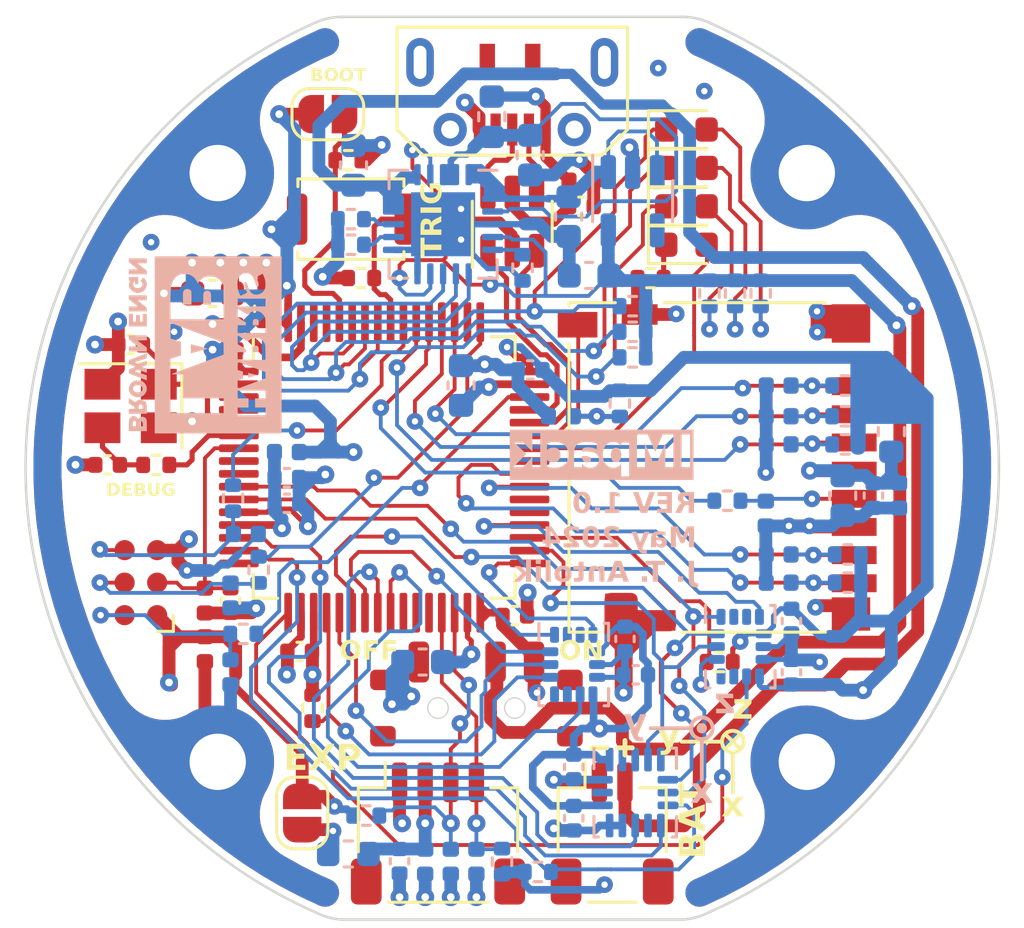
<source format=kicad_pcb>
(kicad_pcb (version 20240108) (generator "pcbnew") (generator_version "8.0")
  (layers (0 "F.Cu" signal) (1 "In1.Cu" power) (2 "In2.Cu" power) (31 "B.Cu" signal) (34 "B.Paste" user) (35 "F.Paste" user) (36 "B.SilkS" user "B.Silkscreen") (37 "F.SilkS" user "F.Silkscreen") (38 "B.Mask" user) (39 "F.Mask" user) (44 "Edge.Cuts" user))
  (net 0 "")
  (net 1 "USB_CONN_D-")
  (net 2 "USB_CONN_D+")
  (net 3 "GND")
  (net 4 "LED_STATUS")
  (net 5 "+5V")
  (net 6 "+3.3V")
  (net 7 "HSE_IN")
  (net 8 "HSE_OUT")
  (net 9 "+3.3VA")
  (net 10 "USB_D-")
  (net 11 "USB_D+")
  (net 12 "REG_OUT")
  (net 13 "BOOT0")
  (net 14 "BCM_OUT")
  (net 15 "BCM_IN")
  (net 16 "SD_CARD_DETECT")
  (net 17 "Net-(U301-VCAP_1)")
  (net 18 "Net-(U301-VCAP_2)")
  (net 19 "Net-(C313-Pad1)")
  (net 20 "Net-(D506-A1)")
  (net 21 "Net-(D701-A1)")
  (net 22 "BCM_PG")
  (net 23 "Net-(D201-A)")
  (net 24 "BCM_STAT1")
  (net 25 "Net-(D202-A)")
  (net 26 "BCM_STAT2")
  (net 27 "Net-(D203-A)")
  (net 28 "Net-(D301-K)")
  (net 29 "BUTTON")
  (net 30 "Net-(D504-A1)")
  (net 50 "IIS3DWB_INT1")
  (net 51 "IIS3DWB_INT2")
  (net 55 "SPI2_MISO")
  (net 56 "SPI2_MOSI")
  (net 57 "IIS3DWB_NSS")
  (net 58 "SPI1_SCLK")
  (net 59 "SPI1_MISO")
  (net 60 "SPI1_MOSI")
  (net 61 "SPI2_SCLK")
  (net 65 "/Power/BCM_VBAT")
  (net 66 "SWD_NRST")
  (net 67 "/Microcontroller/SWD_SWCLK_PRT")
  (net 68 "/Microcontroller/SWD_SWDIO_PRT")
  (net 69 "/Microcontroller/SWD_SWO_PRT")
  (net 70 "SD_SDIO_D1")
  (net 71 "SD_SDIO_D0")
  (net 72 "SD_SDIO_CLK")
  (net 73 "SD_SDIO_CMD")
  (net 74 "SD_SDIO_D3")
  (net 75 "SD_SDIO_D2")
  (net 76 "/Power/BCM_PROG1")
  (net 77 "/Power/BCM_PROG3")
  (net 78 "/Power/BCM_THERM")
  (net 79 "SWD_SWCLK")
  (net 80 "SWD_SWDIO")
  (net 81 "SWD_SWO")
  (net 84 "I2C2_SDA")
  (net 85 "I2C2_SCL")
  (net 89 "SPI1_NSS")
  (net 93 "Net-(JP701-B)")
  (net 96 "ADXL37x_NSS")
  (net 97 "LSM6DSx_INT2")
  (net 98 "LSM6DSx_INT1")
  (net 99 "ADXL37x_INT1")
  (net 100 "ADXL37x_INT2")
  (footprint "LED_SMD:LED_0603_1608Metric" (layer "F.Cu") (at 106.8 86.8)
    (property "Reference" "D201" (hide yes))
    (property "Value" "RED")
  )
  (footprint "Capacitor_SMD:C_0402_1005Metric" (layer "F.Cu") (at 91.7 107.19 180)
    (property "Reference" "C306" (hide yes))
    (property "Value" "100n")
  )
  (footprint "Capacitor_SMD:C_0402_1005Metric" (layer "F.Cu") (at 84.2 99.9 180)
    (property "Reference" "C313" (hide yes))
    (property "Value" "12p")
  )
  (footprint "Connector_JST:JST_SH_SM04B-SRSS-TB_1x04-1MP_P1.00mm_Horizontal" (layer "F.Cu") (at 97.1 114.3)
    (property "Reference" "J701" (hide yes))
    (property "Value" "JST_SH_EXPANSION")
  )
  (footprint "Capacitor_SMD:C_0402_1005Metric" (layer "F.Cu") (at 89.2 94.9 90)
    (property "Reference" "C304" (hide yes))
    (property "Value" "100n")
  )
  (footprint "Diode_SMD:D_0402_1005Metric" (layer "F.Cu") (at 102.7 88.8)
    (property "Reference" "D401" (hide yes))
    (property "Value" "RCLAMP0521P-N")
  )
  (footprint "Capacitor_SMD:C_0603_1608Metric" (layer "F.Cu") (at 88.3 93.2)
    (property "Reference" "C301" (hide yes))
    (property "Value" "10u")
  )
  (footprint "Resistor_SMD:R_0402_1005Metric" (layer "F.Cu") (at 86.1 99.9 180)
    (property "Reference" "R304" (hide yes))
    (property "Value" "47")
  )
  (footprint "LED_SMD:LED_0603_1608Metric" (layer "F.Cu") (at 106.8 91.3)
    (property "Reference" "D301" (hide yes))
    (property "Value" "BLUE")
  )
  (footprint "LED_SMD:LED_0603_1608Metric" (layer "F.Cu") (at 106.8 88.3)
    (property "Reference" "D203" (hide yes))
    (property "Value" "GREEN")
  )
  (footprint "Capacitor_SMD:C_0402_1005Metric" (layer "F.Cu") (at 85.1 95.2 180)
    (property "Reference" "C311" (hide yes))
    (property "Value" "12p")
  )
  (footprint "Capacitor_SMD:C_0402_1005Metric" (layer "F.Cu") (at 100.1 105.79)
    (property "Reference" "C307" (hide yes))
    (property "Value" "100n")
  )
  (footprint "Diode_SMD:D_0402_1005Metric" (layer "F.Cu") (at 88 107.1 -90)
    (property "Reference" "D302" (hide yes))
    (property "Value" "RCLAMP0521P-N")
  )
  (footprint "AccelerometerEval:MSS12C02LS-BB2.0" (layer "F.Cu") (at 98.6 109.4)
    (property "Reference" "SW201" (hide yes))
    (property "Value" "SW_ON_OFF")
    (fp_circle (center -1.5 0) (end -1.1 0) (stroke (width 0.05)) (fill none) (layer "Edge.Cuts"))
    (fp_circle (center 1.5 0) (end 1.9 0) (stroke (width 0.05)) (fill none) (layer "Edge.Cuts"))
  )
  (footprint "Resistor_SMD:R_0402_1005Metric" (layer "F.Cu") (at 93.6 88)
    (property "Reference" "R303" (hide yes))
    (property "Value" "10k")
  )
  (footprint "Jumper:SolderJumper-2_P1.3mm_Open_RoundedPad1.0x1.5mm" (layer "F.Cu") (at 92.8 86.2 180)
    (property "Reference" "JP301" (hide yes))
    (property "Value" "BOOT0")
  )
  (footprint "Package_QFP:LQFP-64_10x10mm_P0.5mm" (layer "F.Cu") (at 95 100)
    (property "Reference" "U301" (hide yes))
    (property "Value" "STM32F405RGT6")
  )
  (footprint "Capacitor_SMD:C_0402_1005Metric" (layer "F.Cu") (at 89 105.2 -90)
    (property "Reference" "C312" (hide yes))
    (property "Value" "100n")
  )
  (footprint "Connector_JST:JST_SH_SM02B-SRSS-TB_1x02-1MP_P1.00mm_Horizontal" (layer "F.Cu") (at 103.9 114.3)
    (property "Reference" "J201" (hide yes))
    (property "Value" "JST_SH_BAT")
  )
  (footprint "Resistor_SMD:R_0402_1005Metric" (layer "F.Cu") (at 105.4 92.6 180)
    (property "Reference" "R301" (hide yes))
    (property "Value" "1k5")
  )
  (footprint "MountingHole:MountingHole_2.2mm_M2_Pad" (layer "F.Cu") (at 88.5 88.5)
    (property "Reference" "H703" (hide yes))
    (property "Value" "MountingHole_Pad")
  )
  (footprint "MountingHole:MountingHole_2.2mm_M2_Pad" (layer "F.Cu") (at 111.5 88.5)
    (property "Reference" "H702" (hide yes))
    (property "Value" "MountingHole_Pad")
  )
  (footprint "Resistor_SMD:R_0402_1005Metric" (layer "F.Cu") (at 92.2 109.4 -90)
    (property "Reference" "R601" (hide yes))
    (property "Value" "47k")
  )
  (footprint "AccelerometerEval:Board_Outline" (layer "F.Cu") (at 100 100 180)
    (property "Reference" "N702" (hide yes))
    (property "Value" "Housing_Pad")
  )
  (footprint "AccelerometerEval:Board_Outline" (layer "F.Cu") (at 100 100)
    (property "Reference" "N701" (hide yes))
    (property "Value" "Housing_Pad" (hide yes))
  )
  (footprint "Package_TO_SOT_SMD:SOT-23-6" (layer "F.Cu") (at 100 90.4 90)
    (property "Reference" "U401" (hide yes))
    (property "Value" "USBLC6-2SC6")
  )
  (footprint "Resistor_SMD:R_0402_1005Metric" (layer "F.Cu") (at 94.1 92.6 180)
    (property "Reference" "R302" (hide yes))
    (property "Value" "10k")
  )
  (footprint "MountingHole:MountingHole_2.2mm_M2_Pad" (layer "F.Cu") (at 111.5 111.5)
    (property "Reference" "H701" (hide yes))
    (property "Value" "MountingHole_Pad")
  )
  (footprint "Capacitor_SMD:C_0402_1005Metric" (layer "F.Cu") (at 102.7 89.8)
    (property "Reference" "C401" (hide yes))
    (property "Value" "100n")
  )
  (footprint "Connector:Tag-Connect_TC2030-IDC-NL_2x03_P1.27mm_Vertical" (layer "F.Cu") (at 85.5 104.5 90)
    (property "Reference" "J301" (hide yes))
    (property "Value" "TagConnect_TC2030-NL")
  )
  (footprint "Jumper:SolderJumper-2_P1.3mm_Open_RoundedPad1.0x1.5mm" (layer "F.Cu") (at 91.8 113.5 -90)
    (property "Reference" "JP701" (hide yes))
    (property "Value" "3.3V")
  )
  (footprint "Button_Switch_SMD:SW_Push_SPST_NO_Alps_SKRK" (layer "F.Cu") (at 93.7 90.3 180)
    (property "Reference" "SW301" (hide yes))
    (property "Value" "BUTTON")
  )
  (footprint "Resistor_SMD:R_0402_1005Metric" (layer "F.Cu") (at 108.1 107.6 180)
    (property "Reference" "R603" (hide yes))
    (property "Value" "47k")
  )
  (footprint "Crystal:Crystal_SMD_3225-4Pin_3.2x2.5mm" (layer "F.Cu") (at 85.1 97.6 180)
    (property "Reference" "Y301" (hide yes))
    (property "Value" "16MHz")
  )
  (footprint "Capacitor_SMD:C_0402_1005Metric" (layer "F.Cu") (at 90.3 93.8 90)
    (property "Reference" "C302" (hide yes))
    (property "Value" "100n")
  )
  (footprint "AccelerometerEval:MicroXNJ" (layer "F.Cu") (at 100 86.8)
    (property "Reference" "J401" (hide yes))
    (property "Value" "USB_B_Micro")
  )
  (footprint "Connector_Card:microSD_HC_Hirose_DM3D-SF" (layer "F.Cu") (at 108 100 90)
    (property "Reference" "J501" (hide yes))
    (property "Value" "DM3D-SF")
  )
  (footprint "Diode_SMD:D_0402_1005Metric" (layer "F.Cu") (at 88 105.2 -90)
    (property "Reference" "D303" (hide yes))
    (property "Value" "RCLAMP0521P-N")
  )
  (footprint "LED_SMD:LED_0603_1608Metric" (layer "F.Cu") (at 106.8 89.8)
    (property "Reference" "D202" (hide yes))
    (property "Value" "ORANGE")
  )
  (footprint "MountingHole:MountingHole_2.2mm_M2_Pad" (layer "F.Cu") (at 88.5 111.5)
    (property "Reference" "H704" (hide yes))
    (property "Value" "MountingHole_Pad")
  )
  (footprint "Diode_SMD:D_0402_1005Metric" (layer "B.Cu") (at 101.9 98 180)
    (property "Reference" "D501" (hide yes))
    (property "Value" "RCLAMP0521P-N")
  )
  (footprint "Resistor_SMD:R_0402_1005Metric" (layer "B.Cu") (at 113 99.1 180)
    (property "Reference" "R505" (hide yes))
    (property "Value" "47k")
  )
  (footprint "Package_TO_SOT_SMD:SOT-23-5" (layer "B.Cu") (at 104.7 89.6 -90)
    (property "Reference" "U202" (hide yes))
    (property "Value" "TLV70033_SOT23-5")
  )
  (footprint "Inductor_SMD:L_0402_1005Metric" (layer "B.Cu") (at 91.2 99.4 180)
    (property "Reference" "L301" (hide yes))
    (property "Value" "39n")
  )
  (footprint "Capacitor_SMD:C_0402_1005Metric" (layer "B.Cu") (at 95.6 115.385 -90)
    (property "Reference" "C701" (hide yes))
    (property "Value" "100n")
  )
  (footprint "Capacitor_SMD:C_0603_1608Metric" (layer "B.Cu") (at 102.2 90.2 -90)
    (property "Reference" "C202" (hide yes))
    (property "Value" "4u7")
  )
  (footprint "Inductor_SMD:L_0603_1608Metric" (layer "B.Cu") (at 93.6 115.1)
    (property "Reference" "FB701" (hide yes))
    (property "Value" "100R")
  )
  (footprint "Resistor_SMD:R_0402_1005Metric" (layer "B.Cu") (at 100.4 92.2 90)
    (property "Reference" "R203" (hide yes))
    (property "Value" "10k")
  )
  (footprint "Diode_SMD:D_0402_1005Metric" (layer "B.Cu") (at 96.6 115.4 -90)
    (property "Reference" "D701" (hide yes))
    (property "Value" "RCLAMP0521P-N")
  )
  (footprint "Capacitor_SMD:C_0402_1005Metric" (layer "B.Cu") (at 104.4 106.7 -90)
    (property "Reference" "C601" (hide yes))
    (property "Value" "100n")
  )
  (footprint "Resistor_SMD:R_0402_1005Metric" (layer "B.Cu") (at 93.7 90.3)
    (property "Reference" "R201" (hide yes))
    (property "Value" "10k")
  )
  (footprint "Capacitor_SMD:C_0402_1005Metric" (layer "B.Cu") (at 102.4 111.7 -90)
    (property "Reference" "C604" (hide yes))
    (property "Value" "100n")
  )
  (footprint "Capacitor_SMD:C_0402_1005Metric" (layer "B.Cu") (at 104.82 108.1 180)
    (property "Reference" "C603" (hide yes))
    (property "Value" "100n")
  )
  (footprint "Resistor_SMD:R_0402_1005Metric" (layer "B.Cu") (at 108.7 93.2 90)
    (property "Reference" "R209" (hide yes))
    (property "Value" "510")
  )
  (footprint "Capacitor_SMD:C_0603_1608Metric" (layer "B.Cu") (at 100.7 87.8 -90)
    (property "Reference" "C201" (hide yes))
    (property "Value" "10u")
  )
  (footprint "Diode_SMD:D_0402_1005Metric" (layer "B.Cu") (at 98.6 115.4 -90)
    (property "Reference" "D703" (hide yes))
    (property "Value" "RCLAMP0521P-N")
  )
  (footprint "Capacitor_SMD:C_0402_1005Metric" (layer "B.Cu") (at 91.2 101.4)
    (property "Reference" "C310" (hide yes))
    (property "Value" "10n")
  )
  (footprint "Diode_SMD:D_0402_1005Metric" (layer "B.Cu") (at 109.9 101.8 -90)
    (property "Reference" "D504" (hide yes))
    (property "Value" "RCLAMP0521P-N")
  )
  (footprint "Package_LGA:LGA-14_3x2.5mm_P0.5mm_LayoutBorder3x4y" (layer "B.Cu") (at 102.4 107.7 -90)
    (property "Reference" "U601" (hide yes))
    (property "Value" "LSM6DSO32TR")
  )
  (footprint "Inductor_SMD:L_0603_1608Metric" (layer "B.Cu") (at 99.2 86.3 -90)
    (property "Reference" "FB201" (hide yes))
    (property "Value" "100R")
  )
  (footprint "Resistor_SMD:R_0402_1005Metric" (layer "B.Cu") (at 101 115.8)
    (property "Reference" "R602" (hide yes))
    (property "Value" "47k")
  )
  (footprint "Resistor_SMD:R_0402_1005Metric" (layer "B.Cu") (at 113 98 180)
    (property "Reference" "R506" (hide yes))
    (property "Value" "47k")
  )
  (footprint "LOGO" (layer "B.Cu") (at 88 95.2 90)
    (property "Reference" "G***" (hide yes))
    (property "Value" "LOGO" (hide yes))
  )
  (footprint "Resistor_SMD:R_0402_1005Metric" (layer "B.Cu") (at 89.5 106.5 180)
    (property "Reference" "R306" (hide yes))
    (property "Value" "22")
  )
  (footprint "Resistor_SMD:R_0402_1005Metric" (layer "B.Cu") (at 94.3 113.6)
    (property "Reference" "R701" (hide yes))
    (property "Value" "10k")
  )
  (footprint "Resistor_SMD:R_0402_1005Metric" (layer "B.Cu") (at 113.1 103.4 180)
    (property "Reference" "R504" (hide yes))
    (property "Value" "47k")
  )
  (footprint "Capacitor_SMD:C_0402_1005Metric" (layer "B.Cu") (at 100.7 96.19 180)
    (property "Reference" "C308" (hide yes))
    (property "Value" "100n")
  )
  (footprint "Resistor_SMD:R_0402_1005Metric" (layer "B.Cu") (at 104.7 94.7 180)
    (property "Reference" "R204" (hide yes))
    (property "Value" "10k")
  )
  (footprint "Capacitor_SMD:C_0402_1005Metric" (layer "B.Cu") (at 114.1 101.1 -90)
    (property "Reference" "C502" (hide yes))
    (property "Value" "100n")
  )
  (footprint "Resistor_SMD:R_0402_1005Metric" (layer "B.Cu") (at 89.1 101.2 -90)
    (property "Reference" "R307" (hide yes))
    (property "Value" "22")
  )
  (footprint "Capacitor_SMD:C_0603_1608Metric" (layer "B.Cu") (at 103 92.5 180)
    (property "Reference" "C203" (hide yes))
    (property "Value" "4u7")
  )
  (footprint "Capacitor_SMD:C_0402_1005Metric" (layer "B.Cu") (at 102.4 113.7 -90)
    (property "Reference" "C602" (hide yes))
    (property "Value" "100n")
  )
  (footprint "AccelerometerEval:Board_Outline" (layer "B.Cu") (at 100 100 180)
    (property "Reference" "N703" (hide yes))
    (property "Value" "Housing_Pad")
  )
  (footprint "Diode_SMD:D_0402_1005Metric" (layer "B.Cu") (at 110.4 98 180)
    (property "Reference" "D507" (hide yes))
    (property "Value" "RCLAMP0521P-N")
  )
  (footprint "Capacitor_SMD:C_0603_1608Metric" (layer "B.Cu") (at 112.9 101.1 -90)
    (property "Reference" "C501" (hide yes))
    (property "Value" "10u")
  )
  (footprint "Diode_SMD:D_0402_1005Metric" (layer "B.Cu") (at 89.6 102.6)
    (property "Reference" "D306" (hide yes))
    (property "Value" "RCLAMP0521P-N")
  )
  (footprint "Diode_SMD:D_0402_1005Metric" (layer "B.Cu") (at 97.6 115.4 -90)
    (property "Reference" "D702" (hide yes))
    (property "Value" "RCLAMP0521P-N")
  )
  (footprint "Capacitor_SMD:C_0603_1608Metric" (layer "B.Cu") (at 96.5 107.6 180)
    (property "Reference" "C303" (hide yes))
    (property "Value" "2u2")
  )
  (footprint "Resistor_SMD:R_0402_1005Metric" (layer "B.Cu") (at 113 96.8 180)
    (property "Reference" "R507" (hide yes))
    (property "Value" "47k")
  )
  (footprint "Sensor_Motion:Analog_LGA-16_3.25x3mm_P0.5mm_LayoutBorder3x5y" (layer "B.Cu") (at 104.8 112.7 -90)
    (property "Reference" "U602" (hide yes))
    (property "Value" "ADXL37x")
  )
  (footprint "Resistor_SMD:R_0402_1005Metric" (layer "B.Cu") (at 99.6 115.4 90)
    (property "Reference" "R702" (hide yes))
    (property "Value" "10k")
  )
  (footprint "AccelerometerEval:Board_Outline" (layer "B.Cu") (at 113.95 101.2)
    (property "Reference" "N704" (hide yes))
    (property "Value" "Housing_Pad" (hide yes))
  )
  (footprint "Resistor_SMD:R_0402_1005Metric" (layer "B.Cu") (at 93.7 91.3)
    (property "Reference" "R202" (hide yes))
    (property "Value" "100k")
  )
  (footprint "Inductor_SMD:L_0603_1608Metric" (layer "B.Cu") (at 114.8 98.6 -90)
    (property "Reference" "FB501" (hide yes))
    (property "Value" "100R")
  )
  (footprint "Resistor_SMD:R_0402_1005Metric" (layer "B.Cu") (at 109.7 93.2 90)
    (property "Reference" "R207" (hide yes))
    (property "Value" "1k5")
  )
  (footprint "Diode_SMD:D_0402_1005Metric" (layer "B.Cu") (at 89 108 -90)
    (property "Reference" "D305" (hide yes))
    (property "Value" "RCLAMP0521P-N")
  )
  (footprint "Diode_SMD:D_0402_1005Metric" (layer "B.Cu") (at 110.4 103.4 180)
    (property "Reference" "D503" (hide yes))
    (property "Value" "RCLAMP0521P-N")
  )
  (footprint "Diode_SMD:D_0402_1005Metric" (layer "B.Cu") (at 89 105 -90)
    (property "Reference" "D304" (hide yes))
    (property "Value" "RCLAMP0521P-N")
  )
  (footprint "Resistor_SMD:R_0402_1005Metric" (layer "B.Cu") (at 104.7 93.7 180)
    (property "Reference" "R206" (hide yes))
    (property "Value" "10k")
  )
  (footprint "Package_DFN_QFN:QFN-20-1EP_4x4mm_P0.5mm_EP2.5x2.5mm" (layer "B.Cu") (at 97.3 90.5 180)
    (property "Reference" "U201" (hide yes))
    (property "Value" "MCP73871")
  )
  (footprint "Diode_SMD:D_0402_1005Metric" (layer "B.Cu") (at 110.4 96.8 180)
    (property "Reference" "D508" (hide yes))
    (property "Value" "RCLAMP0521P-N")
  )
  (footprint "Capacitor_SMD:C_0402_1005Metric" (layer "B.Cu") (at 110.9 108 90)
    (property "Reference" "C606" (hide yes))
    (property "Value" "100n")
  )
  (footprint "Capacitor_SMD:C_0603_1608Metric" (layer "B.Cu") (at 98 96.8 90)
    (property "Reference" "C305" (hide yes))
    (property "Value" "2u2")
  )
  (footprint "Resistor_SMD:R_0402_1005Metric" (layer "B.Cu") (at 107.7 93.2 90)
    (property "Reference" "R208" (hide yes))
    (property "Value" "1k5")
  )
  (footprint "Resistor_SMD:R_0402_1005Metric" (layer "B.Cu") (at 113.1 104.5 180)
    (property "Reference" "R503" (hide yes))
    (property "Value" "47k")
  )
  (footprint "Diode_SMD:D_0402_1005Metric" (layer "B.Cu") (at 110.4 104.5 180)
    (property "Reference" "D502" (hide yes))
    (property "Value" "RCLAMP0521P-N")
  )
  (footprint "Capacitor_SMD:C_0402_1005Metric" (layer "B.Cu") (at 110.9 106 -90)
    (property "Reference" "C605" (hide yes))
    (property "Value" "100n")
  )
  (footprint "Diode_SMD:D_0402_1005Metric" (layer "B.Cu") (at 115.1 101.1 -90)
    (property "Reference" "D506" (hide yes))
    (property "Value" "RCLAMP0521P-N")
  )
  (footprint "Resistor_SMD:R_0402_1005Metric" (layer "B.Cu") (at 90.1 104 -90)
    (property "Reference" "R305" (hide yes))
    (property "Value" "22")
  )
  (footprint "Resistor_SMD:R_0402_1005Metric" (layer "B.Cu") (at 108.4 101.3 180)
    (property "Reference" "R501" (hide yes))
    (property "Value" "22")
  )
  (footprint "Diode_SMD:D_0402_1005Metric" (layer "B.Cu") (at 110.4 99.1 180)
    (property "Reference" "D505" (hide yes))
    (property "Value" "RCLAMP0521P-N")
  )
  (footprint "Capacitor_SMD:C_0402_1005Metric" (layer "B.Cu") (at 91.2 100.4)
    (property "Reference" "C309" (hide yes))
    (property "Value" "1u")
  )
  (footprint "Capacitor_SMD:C_0603_1608Metric" (layer "B.Cu") (at 93.8 88.2 90)
    (property "Reference" "C204" (hide yes))
    (property "Value" "4u7")
  )
  (footprint "Package_LGA:LGA-14_3x2.5mm_P0.5mm_LayoutBorder3x4y" (layer "B.Cu") (at 108.9 107 -90)
    (property "Reference" "U603" (hide yes))
    (property "Value" "IIS3DWBTR")
  )
  (footprint "Resistor_SMD:R_0402_1005Metric" (layer "B.Cu") (at 104.7 95.7 180)
    (property "Reference" "R205" (hide yes))
    (property "Value" "10k")
  )
  (footprint "Resistor_SMD:R_0402_1005Metric" (layer "B.Cu") (at 104.2 97.5 -90)
    (property "Reference" "R502" (hide yes))
    (property "Value" "47k")
  )
  (gr_line (start 107.4 110.612132) (end 107.4 112.187868) (stroke (width 0.15)) (layer "B.SilkS"))
  (gr_circle (center 107.4 110.187868) (end 107.5 110.187868) (stroke (width 0.2)) (fill none) (layer "B.SilkS"))
  (gr_circle (center 107.4 110.187868) (end 107.1 110.487868) (stroke (width 0.15)) (fill none) (layer "B.SilkS"))
  (gr_line (start 106.975736 110.187868) (end 105.4 110.187868) (stroke (width 0.15)) (layer "B.SilkS"))
  (gr_line (start 108.9 111) (end 108.318297 110.420737) (stroke (width 0.15)) (layer "F.SilkS"))
  (gr_line (start 108.89878 110.419518) (end 108.319517 111.001221) (stroke (width 0.15)) (layer "F.SilkS"))
  (gr_line (start 108.611237 112.711707) (end 108.611237 111.135971) (stroke (width 0.15)) (layer "F.SilkS"))
  (gr_line (start 108.186973 110.711707) (end 106.611237 110.711707) (stroke (width 0.15)) (layer "F.SilkS"))
  (gr_circle (center 108.611237 110.711707) (end 108.911237 111.011707) (stroke (width 0.15)) (fill none) (layer "F.SilkS"))
  (gr_arc (start 93.35 117.661) (mid 92.831845 117.577456) (end 92.342 117.389) (stroke (width 0.1)) (layer "Edge.Cuts"))
  (gr_arc (start 106.65 82.399) (mid 107.165032 82.452544) (end 107.658 82.611) (stroke (width 0.1)) (layer "Edge.Cuts"))
  (gr_arc (start 92.342 82.611) (mid 92.834968 82.452544) (end 93.35 82.399) (stroke (width 0.1)) (layer "Edge.Cuts"))
  (gr_arc (start 107.658 82.611) (mid 119.000669 100) (end 107.658 117.389) (stroke (width 0.1)) (layer "Edge.Cuts"))
  (gr_line (start 106.65 82.399) (end 93.35 82.399) (stroke (width 0.1)) (layer "Edge.Cuts"))
  (gr_arc (start 92.342 117.389) (mid 80.999331 100) (end 92.342 82.611) (stroke (width 0.1)) (layer "Edge.Cuts"))
  (gr_line (start 93.35 117.661) (end 106.65 117.661) (stroke (width 0.1)) (layer "Edge.Cuts"))
  (gr_arc (start 107.658 117.389) (mid 107.168155 117.577456) (end 106.65 117.661) (stroke (width 0.1)) (layer "Edge.Cuts"))
  (gr_text "REV 1.0\nMay 2024\nJ. T. Antolik" (at 107.2 104.6 0) (layer "B.SilkS") (effects (font (size 0.8 0.8)) (justify left bottom mirror)))
  (gr_text "IMpack" (at 107.1 100.2 0) (layer "B.SilkS" knockout) (effects (font (size 1.25 1.25)) (justify left bottom mirror)))
  (gr_text "z" (at 108.3 109.187868 0) (layer "B.SilkS") (effects (font (size 1 1)) (justify mirror)))
  (gr_text "y" (at 104.8 109.987868 0) (layer "B.SilkS") (effects (font (size 1 1)) (justify mirror)))
  (gr_text "x" (at 107.4 112.687868 0) (layer "B.SilkS") (effects (font (size 1 1)) (justify mirror)))
  (gr_text "EXP" (at 92.6 111.4 0) (layer "F.SilkS") (effects (font (size 1 1))))
  (gr_text "TRIG" (at 96.9 90.3 90) (layer "F.SilkS") (effects (font (size 0.8 0.8) (thickness 0.125))))
  (gr_text "OFF" (at 94.4 107.2 0) (layer "F.SilkS") (effects (font (size 0.75 0.75))))
  (gr_text "z" (at 109 109.4 0) (layer "F.SilkS") (effects (font (size 1 1))))
  (gr_text "ON" (at 102.7 107.2 0) (layer "F.SilkS") (effects (font (size 0.75 0.75))))
  (gr_text "DEBUG" (at 85.5 100.9 0) (layer "F.SilkS") (effects (font (size 0.5 0.5) (thickness 0.125))))
  (gr_text "BOOT" (at 94.3 85 0) (layer "F.SilkS") (effects (font (size 0.5 0.5) (thickness 0.125) (bold yes)) (justify right bottom)))
  (gr_text "BAT" (at 107.1 113.8 90) (layer "F.SilkS") (effects (font (size 1 1))))
  (gr_text "+" (at 104.4 110.9 0) (layer "F.SilkS") (effects (font (size 0.75 0.75) (thickness 0.1875) (bold yes))))
  (gr_text "-" (at 103.4 110.9 0) (layer "F.SilkS") (effects (font (size 0.75 0.75) (thickness 0.1875) (bold yes))))
  (gr_text "x" (at 108.611237 113.211707 0) (layer "F.SilkS") (effects (font (size 1 1))))
  (gr_text "y" (at 106.111237 110.511707 0) (layer "F.SilkS") (effects (font (size 1 1))))
  (segment (start 100.65 86.8) (end 100.65 87.946053) (width 0.2) (layer "F.Cu") (net 1))
  (segment (start 100.65 87.946053) (end 100.95 88.246053) (width 0.2) (layer "F.Cu") (net 1))
  (segment (start 100.95 88.246053) (end 100.95 89.2625) (width 0.2) (layer "F.Cu") (net 1))
  (segment (start 100 87.8) (end 99.8 88) (width 0.2) (layer "F.Cu") (net 2))
  (segment (start 99.05 88.25) (end 99.05 89.2625) (width 0.2) (layer "F.Cu") (net 2))
  (segment (start 100 86.8) (end 100 87.8) (width 0.2) (layer "F.Cu") (net 2))
  (segment (start 99.3 88) (end 99.05 88.25) (width 0.2) (layer "F.Cu") (net 2))
  (segment (start 99.8 88) (end 99.3 88) (width 0.2) (layer "F.Cu") (net 2))
  (segment (start 89.075 93.2) (end 89.075 92.425) (width 0.5) (layer "F.Cu") (net 3))
  (segment (start 111.91275 94.71275) (end 111.91275 94.48725) (width 0.5) (layer "F.Cu") (net 3))
  (segment (start 103.4 112.3) (end 101.725 112.3) (width 0.5) (layer "F.Cu") (net 3))
  (segment (start 90.3 93.32) (end 90.3 92.1) (width 0.5) (layer "F.Cu") (net 3))
  (segment (start 111.9 94.7) (end 111.91275 94.71275) (width 0.5) (layer "F.Cu") (net 3))
  (segment (start 90.522965 95.7) (end 89.242965 94.42) (width 0.3) (layer "F.Cu") (net 3))
  (segment (start 89.075 93.2) (end 89.075 92.475) (width 0.5) (layer "F.Cu") (net 3))
  (segment (start 89.82 105.68) (end 89 105.68) (width 0.5) (layer "F.Cu") (net 3))
  (segment (start 86.9455 103.67) (end 87.3 104.0245) (width 0.5) (layer "F.Cu") (net 3))
  (segment (start 88.995 105.685) (end 89 105.68) (width 0.5) (layer "F.Cu") (net 3))
  (segment (start 83.72 99.9) (end 82.950984 99.9) (width 0.5) (layer "F.Cu") (net 3))
  (segment (start 91.75 94.325) (end 91.75 95.35) (width 0.3) (layer "F.Cu") (net 3))
  (segment (start 88.6 92) (end 89.5 92) (width 0.5) (layer "F.Cu") (net 3))
  (segment (start 91.75 106.617035) (end 91.22 107.147035) (width 0.3) (layer "F.Cu") (net 3))
  (segment (start 106.375 94.025) (end 106.4 94) (width 0.5) (layer "F.Cu") (net 3))
  (segment (start 111.64 102.325) (end 113.35 102.325) (width 0.5) (layer "F.Cu") (net 3))
  (segment (start 90.430985 101.75) (end 89.325 101.75) (width 0.2) (layer "F.Cu") (net 3))
  (segment (start 111.9 94.11275) (end 112.5 94.71275) (width 0.5) (layer "F.Cu") (net 3))
  (segment (start 91.4 95.7) (end 90.522965 95.7) (width 0.3) (layer "F.Cu") (net 3))
  (segment (start 100 91.5375) (end 100 90.9) (width 0.4) (layer "F.Cu") (net 3))
  (segment (start 84.62 96.13) (end 84 96.75) (width 0.5) (layer "F.Cu") (net 3))
  (segment (start 90.3 92.1) (end 90.4 92) (width 0.5) (layer "F.Cu") (net 3))
  (segment (start 95.6 113.799503) (end 95.700497 113.9) (width 0.5) (layer "F.Cu") (net 3))
  (segment (start 101.725 112.3) (end 101.625 112.2) (width 0.5) (layer "F.Cu") (net 3))
  (segment (start 104.975 94.025) (end 106.375 94.025) (width 0.5) (layer "F.Cu") (net 3))
  (segment (start 111.6 102.285) (end 111.64 102.325) (width 0.5) (layer "F.Cu") (net 3))
  (segment (start 112.88725 94.71275) (end 113.225 94.375) (width 0.5) (layer "F.Cu") (net 3))
  (segment (start 87.3755 102.8) (end 86.9455 103.23) (width 0.5) (layer "F.Cu") (net 3))
  (segment (start 86.45 98.2) (end 86.2 98.45) (width 0.5) (layer "F.Cu") (net 3))
  (segment (start 86.9455 103.23) (end 86.135 103.23) (width 0.5) (layer "F.Cu") (net 3))
  (segment (start 104.89 93.94) (end 104.975 94.025) (width 0.5) (layer "F.Cu") (net 3))
  (segment (start 89.075 92.425) (end 89.5 92) (width 0.5) (layer "F.Cu") (net 3))
  (segment (start 88 107.585) (end 88 111) (width 0.5) (layer "F.Cu") (net 3))
  (segment (start 100 90.9) (end 99.5 90.4) (width 0.4) (layer "F.Cu") (net 3))
  (segment (start 90.555985 101.625) (end 90.430985 101.75) (width 0.2) (layer "F.Cu") (net 3))
  (segment (start 112.75 93.9) (end 113.225 94.375) (width 0.5) (layer "F.Cu") (net 3))
  (segment (start 111.838427 105.461573) (end 111.9 105.4) (width 0.5) (layer "F.Cu") (net 3))
  (segment (start 112.9 105.4) (end 113.225 105.725) (width 0.5) (layer "F.Cu") (net 3))
  (segment (start 92.6495 92.6) (end 92.6 92.5505) (width 0.5) (layer "F.Cu") (net 3))
  (segment (start 89.2 94.42) (end 88.32 94.42) (width 0.5) (layer "F.Cu") (net 3))
  (segment (start 98 91.1) (end 98 89.9) (width 0.5) (layer "F.Cu") (net 3))
  (segment (start 112.5 93.9) (end 112.75 93.9) (width 0.5) (layer "F.Cu") (net 3))
  (segment (start 103.18 88.805) (end 103.185 88.8) (width 0.5) (layer "F.Cu") (net 3))
  (segment (start 112.475 94.375) (end 112.25 94.15) (width 0.5) (layer "F.Cu") (net 3))
  (segment (start 111.9 93.9) (end 111.9 94.11275) (width 0.5) (layer "F.Cu") (net 3))
  (segment (start 111.91275 94.71275) (end 112.5 94.71275) (width 0.5) (layer "F.Cu") (net 3))
  (segment (start 89.075 92.475) (end 88.6 92) (width 0.5) (layer "F.Cu") (net 3))
  (segment (start 98.7 86.296781) (end 98.151139 85.74792) (width 0.5) (layer "F.Cu") (net 3))
  (segment (start 94.11 88) (end 94.3 88) (width 0.5) (layer "F.Cu") (net 3))
  (segment (start 112.25 94.15) (end 112.5 93.9) (width 0.5) (layer "F.Cu") (net 3))
  (segment (start 93.59 92.6) (end 92.6495 92.6) (width 0.5) (layer "F.Cu") (net 3))
  (segment (start 111.9 105.4) (end 112.9 105.4) (width 0.5) (layer "F.Cu") (net 3))
  (segment (start 100.58 105.79) (end 100.58 104.91) (width 0.5) (layer "F.Cu") (net 3))
  (segment (start 104.89 92.6) (end 104.89 93.94) (width 0.5) (layer "F.Cu") (net 3))
  (segment (start 91.996161 102.296161) (end 91.325 101.625) (width 0.2) (layer "F.Cu") (net 3))
  (segment (start 88.32 94.42) (end 88.3 94.4) (width 0.5) (layer "F.Cu") (net 3))
  (segment (start 82.950984 99.9) (end 82.947913 99.896929) (width 0.5) (layer "F.Cu") (net 3))
  (segment (start 84.62 95.2) (end 83.71 95.2) (width 0.5) (layer "F.Cu") (net 3))
  (segment (start 84.62 94.31) (end 84.61 94.3) (width 0.3) (layer "F.Cu") (net 3))
  (segment (start 95.6 112.3) (end 95.6 113.799503) (width 0.5) (layer "F.Cu") (net 3))
  (segment (start 91.22 107.147035) (end 91.22 107.19) (width 0.3) (layer "F.Cu") (net 3))
  (segment (start 91.22 107.19) (end 91.22 108.07) (width 0.5) (layer "F.Cu") (net 3))
  (segment (start 88 105.685) (end 88.995 105.685) (width 0.5) (layer "F.Cu") (net 3))
  (segment (start 92.020661 102.296161) (end 91.996161 102.296161) (width 0.2) (layer "F.Cu") (net 3))
  (segment (start 91.75 105.675) (end 91.75 106.617035) (width 0.3) (layer "F.Cu") (net 3))
  (segment (start 86.9455 103.23) (end 86.9455 103.67) (width 0.5) (layer "F.Cu") (net 3))
  (segment (start 112.5 94.71275) (end 112.88725 94.71275) (width 0.5) (layer "F.Cu") (net 3))
  (segment (start 87.61 98.2) (end 86.45 98.2) (width 0.5) (layer "F.Cu") (net 3))
  (segment (start 89.242965 94.42) (end 89.2 94.42) (width 0.3) (layer "F.Cu") (net 3))
  (segment (start 111.91275 94.48725) (end 112.25 94.15) (width 0.5) (layer "F.Cu") (net 3))
  (segment (start 90 105.5) (end 89.82 105.68) (width 0.5) (layer "F.Cu") (net 3))
  (segment (start 91.75 95.35) (end 91.4 95.7) (width 0.3) (layer "F.Cu") (net 3))
  (segment (start 98.7 86.8) (end 98.7 86.296781) (width 0.5) (layer "F.Cu") (net 3))
  (segment (start 94.3 88) (end 94.9 87.4) (width 0.5) (layer "F.Cu") (net 3))
  (segment (start 84.62 95.2) (end 84.62 96.13) (width 0.5) (layer "F.Cu") (net 3))
  (segment (start 103.185 88.541977) (end 103.185 88.8) (width 0.5) (layer "F.Cu") (net 3))
  (segment (start 102.625628 87.982605) (end 103.185 88.541977) (width 0.5) (layer "F.Cu") (net 3))
  (segment (start 99.5 90.4) (end 98 90.4) (width 0.4) (layer "F.Cu") (net 3))
  (segment (start 88 111) (end 88.5 111.5) (width 0.5) (layer "F.Cu") (net 3))
  (segment (start 111.9 93.9) (end 112.5 93.9) (width 0.5) (layer "F.Cu") (net 3))
  (segment (start 91.325 101.625) (end 90.555985 101.625) (width 0.2) (layer "F.Cu") (net 3))
  (segment (start 103.18 89.8) (end 103.18 88.805) (width 0.5) (layer "F.Cu") (net 3))
  (segment (start 84.62 95.2) (end 84.62 94.31) (width 0.5) (layer "F.Cu") (net 3))
  (segment (start 111.9 93.9) (end 111.9 94.7) (width 0.5) (layer "F.Cu") (net 3))
  (segment (start 113.225 94.375) (end 112.475 94.375) (width 0.5) (layer "F.Cu") (net 3))
  (segment (start 111.6 102.285) (end 110.715 102.285) (width 0.5) (layer "F.Cu") (net 3))
  (via (at 92.7 100.2755) (size 0.7) (drill 0.3) (layers "F.Cu" "B.Cu") (net 3))
  (via (at 111.9 93.9) (size 0.65) (drill 0.25) (layers "F.Cu" "B.Cu") (net 3))
  (via (at 87.3755 102.8) (size 0.7) (drill 0.3) (layers "F.Cu" "B.Cu") (net 3))
  (via (at 95.700497 113.9) (size 0.7) (drill 0.3) (layers "F.Cu" "B.Cu") (net 3))
  (via (at 111.91275 94.71275) (size 0.65) (drill 0.25) (layers "F.Cu" "B.Cu") (net 3))
  (via (at 98.6 116.785) (size 0.7) (drill 0.3) (layers "F.Cu" "B.Cu") (net 3))
  (via (at 92.020661 102.296161) (size 0.7) (drill 0.3) (layers "F.Cu" "B.Cu") (net 3))
  (via (at 98.924199 95.9728) (size 0.7) (drill 0.3) (layers "F.Cu" "B.Cu") (net 3))
  (via (at 90 105.5) (size 0.7) (drill 0.3) (layers "F.Cu" "B.Cu") (net 3))
  (via (at 104.5755 87.4995) (size 0.7) (drill 0.3) (layers "F.Cu" "B.Cu") (net 3))
  (via (at 94.9 87.4) (size 0.7) (drill 0.3) (layers "F.Cu" "B.Cu") (net 3))
  (via (at 97.6 116.785) (size 0.7) (drill 0.3) (layers "F.Cu" "B.Cu") (net 3))
  (via (at 101.625 112.2) (size 0.7) (drill 0.3) (layers "F.Cu" "B.Cu") (net 3))
  (via (at 91.2 108.09) (size 0.7) (drill 0.3) (layers "F.Cu" "B.Cu") (net 3))
  (via (at 88.3 94.4) (size 0.7) (drill 0.3) (layers "F.Cu" "B.Cu") (net 3))
  (via (at 89.5 92) (size 0.7) (drill 0.3) (layers "F.Cu" "B.Cu") (net 3))
  (via (at 82.947913 99.896929) (size 0.7) (drill 0.3) (layers "F.Cu" "B.Cu") (net 3))
  (via (at 111.6 102.285) (size 0.65) (drill 0.25) (layers "F.Cu" "B.Cu") (net 3))
  (via (at 111.838427 105.461573) (size 0.65) (drill 0.25) (layers "F.Cu" "B.Cu") (net 3))
  (via (at 96.057036 108.943713) (size 0.7) (drill 0.3) (layers "F.Cu" "B.Cu") (net 3))
  (via (at 87.3 104.0245) (size 0.65) (drill 0.25) (layers "F.Cu" "B.Cu") (net 3))
  (via (at 110.8 102.285) (size 0.65) (drill 0.25) (layers "F.Cu" "B.Cu") (net 3))
  (via (at 96.6 116.785) (size 0.7) (drill 0.3) (layers "F.Cu" "B.Cu") (net 3))
  (via (at 95.6 116.785) (size 0.7) (drill 0.3) (layers "F.Cu" "B.Cu") (net 3))
  (via (at 109.9 100.2) (size 0.65) (drill 0.25) (layers "F.Cu" "B.Cu") (net 3))
  (via (at 112 107.5995) (size 0.65) (drill 0.25) (layers "F.Cu" "B.Cu") (net 3))
  (via (at 98 91.1) (size 0.65) (drill 0.25) (layers "F.Cu" "B.Cu") (net 3))
  (via (at 92.6 92.5505) (size 0.7) (drill 0.3) (layers "F.Cu" "B.Cu") (net 3))
  (via (at 98 89.9) (size 0.65) (drill 0.25) (layers "F.Cu" "B.Cu") (net 3))
  (via (at 101.625 114.1) (size 0.7) (drill 0.3) (layers "F.Cu" "B.Cu") (net 3))
  (via (at 83.71 95.2) (size 0.7) (drill 0.3) (layers "F.Cu" "B.Cu") (net 3))
  (via (at 85.9 91.2) (size 0.65) (drill 0.25) (layers "F.Cu" "B.Cu") (net 3))
  (via (at 100.6 104.89) (size 0.7) (drill 0.3) (layers "F.Cu" "B.Cu") (net 3))
  (via (at 105.7 84.4) (size 0.65) (drill 0.25) (layers "F.Cu" "B.Cu") (net 3))
  (via (at 104.341433 108.8) (size 0.7) (drill 0.3) (layers "F.Cu" "B.Cu") (net 3))
  (via (at 84.61 94.3) (size 0.7) (drill 0.3) (layers "F.Cu" "B.Cu") (net 3))
  (via (at 106.4 94) (size 0.65) (drill 0.25) (layers "F.Cu" "B.Cu") (net 3))
  (via (at 98.151139 85.74792) (size 0.7) (drill 0.3) (layers "F.Cu" "B.Cu") (net 3))
  (via (at 90.4 92) (size 0.7) (drill 0.3) (layers "F.Cu" "B.Cu") (net 3))
  (via (at 87.5 98.2) (size 0.7) (drill 0.3) (layers "F.Cu" "B.Cu") (net 3))
  (via (at 107.5 85.3) (size 0.65) (drill 0.25) (layers "F.Cu" "B.Cu") (net 3))
  (via (at 86.8 94.7) (size 0.65) (drill 0.25) (layers "F.Cu" "B.Cu") (net 3))
  (via (at 95.3034 109.247596) (size 0.7) (drill 0.3) (layers "F.Cu" "B.Cu") (net 3))
  (via (at 102.625628 87.982605) (size 0.65) (drill 0.25) (layers "F.Cu" "B.Cu") (net 3))
  (via (at 88.6 92) (size 0.7) (drill 0.3) (layers "F.Cu" "B.Cu") (net 3))
  (segment (start 89 111) (end 88.5 111.5) (width 0.5) (layer "B.Cu") (net 3))
  (segment (start 93.19 91.9605) (end 92.6 92.5505) (width 0.5) (layer "B.Cu") (net 3))
  (segment (start 91.68 100.9) (end 91.7 100.9) (width 0.5) (layer "B.Cu") (net 3))
  (segment (start 95.3034 108.8) (end 95.3034 108.0216) (width 0.5) (layer "B.Cu") (net 3))
  (segment (start 95.753153 109.247596) (end 96.057036 108.943713) (width 0.5) (layer "B.Cu") (net 3))
  (segment (start 88.9 103.8) (end 89.3 103.4) (width 0.3) (layer "B.Cu") (net 3))
  (segment (start 104.3 113.9875) (end 103.8 113.9875) (width 0.3) (layer "B.Cu") (net 3))
  (segment (start 103.88 107.7) (end 104.4 107.18) (width 0.2) (layer "B.Cu") (net 3))
  (segment (start 95.913323 108.8) (end 95.3034 108.8) (width 0.5) (layer "B.Cu") (net 3))
  (segment (start 115.1 101.585) (end 113.991758 101.585) (width 0.5) (layer "B.Cu") (net 3))
  (segment (start 101.645 112.18) (end 101.625 112.2) (width 0.3) (layer "B.Cu") (net 3))
  (segment (start 102.4 112.18) (end 101.645 112.18) (width 0.3) (layer "B.Cu") (net 3))
  (segment (start 96.057036 108.943713) (end 95.725 108.611677) (width 0.5) (layer "B.Cu") (net 3))
  (segment (start 95.6 115.865) (end 95.6 116.785) (width 0.5) (layer "B.Cu") (net 3))
  (segment (start 111.9205 107.52) (end 112 107.5995) (width 0.5) (layer "B.Cu") (net 3))
  (segment (start 93.19 90.3) (end 93.19 91.3) (width 0.5) (layer "B.Cu") (net 3))
  (segment (start 98.6 115.885) (end 98.6 116.785) (width 0.5) (layer "B.Cu") (net 3))
  (segment (start 96.057036 108.943713) (end 95.913323 108.8) (width 0.5) (layer "B.Cu") (net 3))
  (segment (start 88.59354 103.8) (end 88.9 103.8) (width 0.3) (layer "B.Cu") (net 3))
  (segment (start 91.68 101.4) (end 91.68 100.9) (width 0.5) (layer "B.Cu") (net 3))
  (segment (start 98.871999 96.025) (end 98 96.025) (width 0.5) (layer "B.Cu") (net 3))
  (segment (start 104.4 108.04) (end 104.34 108.1) (width 0.2) (layer "B.Cu") (net 3))
  (segment (start 99.2375 90.5) (end 100.49 90.5) (width 0.25) (layer "B.Cu") (net 3))
  (segment (start 92.5755 100.4) (end 92.2 100.4) (width 0.5) (layer "B.Cu") (net 3))
  (segment (start 103.3125 107.7) (end 103.88 107.7) (width 0.2) (layer "B.Cu") (net 3))
  (segment (start 104.34 108.1) (end 104.24 108.2) (width 0.2) (layer "B.Cu") (net 3))
  (segment (start 89 105.485) (end 89.985 105.485) (width 0.5) (layer "B.Cu") (net 3))
  (segment (start 104.341433 108.8) (end 104.341433 108.101433) (width 0.3) (layer "B.Cu") (net 3))
  (segment (start 102.4 114.18) (end 101.705 114.18) (width 0.5) (layer "B.Cu") (net 3))
  (segment (start 102.225 92.5) (end 102.225 91) (width 0.5) (layer "B.Cu") (net 3))
  (segment (start 102.225 91) (end 102.2 90.975) (width 0.5) (layer "B.Cu") (net 3))
  (segment (start 89.3 103.4) (end 89.3 103.385) (width 0.15) (layer "B.Cu") (net 3))
  (segment (start 99.3728 95.9728) (end 99.59 96.19) (width 0.5) (layer "B.Cu") (net 3))
  (segment (start 104.4 107.18) (end 104.4 108.04) (width 0.3) (layer "B.Cu") (net 3))
  (segment (start 104.341433 108.101433) (end 104.34 108.1) (width 0.3) (layer "B.Cu") (net 3))
  (segment (start 96.3 91.5) (end 97.3 90.5) (width 0.2) (layer "B.Cu") (net 3))
  (segment (start 89 108.485) (end 89 111) (width 0.5) (layer "B.Cu") (net 3))
  (segment (start 100.49 90.5) (end 100.5 90.49) (width 0.2) (layer "B.Cu") (net 3))
  (segment (start 109.915 100.185) (end 109.9 100.2) (width 0.5) (layer "B.Cu") (net 3))
  (segment (start 110.88 107.5) (end 110.9 107.52) (width 0.2) (layer "B.Cu") (net 3))
  (segment (start 96.3 92.4375) (end 96.3 91.5) (width 0.25) (layer "B.Cu") (net 3))
  (segment (start 103.22 114.18) (end 102.4 114.18) (width 0.3) (layer "B.Cu") (net 3))
  (segment (start 94.875 87.425) (end 94.9 87.4) (width 0.5) (layer "B.Cu") (net 3))
  (segment (start 99.59 96.19) (end 100.22 96.19) (width 0.5) (layer "B.Cu") (net 3))
  (segment (start 91.68 100.9) (end 91.68 100.4) (width 0.5) (layer "B.Cu") (net 3))
  (segment (start 95.3034 108.0216) (end 95.725 107.6) (width 0.5) (layer "B.Cu") (net 3))
  (segment (start 89.985 105.485) (end 90 105.5) (width 0.5) (layer "B.Cu") (net 3))
  (segment (start 113.991758 101.585) (end 113.657569 101.919189) (width 0.5) (layer "B.Cu") (net 3))
  (segment (start 112.944189 101.919189) (end 112.9 101.875) (width 0.5) (layer "B.Cu") (net 3))
  (segment (start 95.3625 91.5) (end 96.3 91.5) (width 0.25) (layer "B.Cu") (net 3))
  (segment (start 109.915 96.8) (end 109.915 99.1) (width 0.5) (layer "B.Cu") (net 3))
  (segment (start 91.7 100.9) (end 92.2 100.4) (width 0.5) (layer "B.Cu") (net 3))
  (segment (start 93.19 91.3) (end 93.19 91.9605) (width 0.5) (layer "B.Cu") (net 3))
  (segment (start 103.525 112.2) (end 102.42 112.2) (width 0.3) (layer "B.Cu") (net 3))
  (segment (start 95.725 108.611677) (end 95.725 107.6) (width 0.5) (layer "B.Cu") (net 3))
  (segment (start 98.924199 95.9728) (end 99.3728 95.9728) (width 0.5) (layer "B.Cu") (net 3))
  (segment (start 113.657569 101.919189) (end 112.944189 101.919189) (width 0.5) (layer "B.Cu") (net 3))
  (segment (start 98.924199 95.9728) (end 98.871999 96.025) (width 0.5) (layer "B.Cu") (net 3))
  (segment (start 89.3 103.385) (end 90.085 102.6) (width 0.15) (layer "B.Cu") (net 3))
  (segment (start 97.6 115.885) (end 97.6 116.785) (width 0.5) (layer "B.Cu") (net 3))
  (segment (start 111.6 102.285) (end 112.49 102.285) (width 0.5) (layer "B.Cu") (net 3))
  (segment (start 103.8 113.9875) (end 103.4125 113.9875) (width 0.3) (layer "B.Cu") (net 3))
  (segment (start 92.020661 102.296161) (end 92.020661 101.740661) (width 0.5) (layer "B.Cu") (net 3))
  (segment (start 109.8125 107) (end 110.38 107) (width 0.2) (layer "B.Cu") (net 3))
  (segment (start 111.6 102.285) (end 109.9 102.285) (width 0.5) (layer "B.Cu") (net 3))
  (segment (start 99.924787 92.234787) (end 100.4 92.71) (width 0.2) (layer "B.Cu") (net 3))
  (segment (start 101.625 88.575) (end 100.7 88.575) (width 0.5) (layer "B.Cu") (net 3))
  (segment (start 102.42 112.2) (end 102.4 112.18) (width 0.3) (layer "B.Cu") (net 3))
  (segment (start 109.9 104.485) (end 109.915 104.5) (width 0.5) (layer "B.Cu") (net 3))
  (segment (start 110.9 107.52) (end 111.9205 107.52) (width 0.5) (layer "B.Cu") (net 3))
  (segment (start 97.3 90.5) (end 99.034787 92.234787) (width 0.2) (layer "B.Cu") (net 3))
  (segment (start 99.034787 92.234787) (end 99.924787 92.234787) (width 0.2) (layer "B.Cu") (net 3))
  (segment (start 101.047538 90.49) (end 100.5 90.49) (width 0.5) (layer "B.Cu") (net 3))
  (segment (start 95.3034 109.247596) (end 95.3034 108.8) (width 0.5) (layer "B.Cu") (net 3))
  (segment (start 109.915 99.1) (end 109.915 100.185) (width 0.5) (layer "B.Cu") (net 3))
  (segment (start 99.2375 90.5) (end 97.3 90.5) (width 0.25) (layer "B.Cu") (net 3))
  (segment (start 100.22 96.805) (end 101.415 98) (width 0.5) (layer "B.Cu") (net 3))
  (segment (start 93.8 87.425) (end 94.875 87.425) (width 0.5) (layer "B.Cu") (net 3))
  (segment (start 104.7 88.4625) (end 104.7 87.624) (width 0.5) (layer "B.Cu") (net 3))
  (segment (start 101.532538 90.975) (end 101.047538 90.49) (width 0.5) (layer "B.Cu") (net 3))
  (segment (start 112.49 102.285) (end 112.9 101.875) (width 0.5) (layer "B.Cu") (net 3))
  (segment (start 102.625628 87.982605) (end 102.217395 87.982605) (width 0.5) (layer "B.Cu") (net 3))
  (segment (start 109.9 102.285) (end 109.9 104.485) (width 0.5) (layer "B.Cu") (net 3))
  (segment (start 92.7 100.2755) (end 92.5755 100.4) (width 0.5) (layer "B.Cu") (net 3))
  (segment (start 109.8125 107.5) (end 110.88 107.5) (width 0.2) (layer "B.Cu") (net 3))
  (segment (start 96.6 115.885) (end 96.6 116.785) (width 0.5) (layer "B.Cu") (net 3))
  (segment (start 110.9 107.52) (end 110.9 106.48) (width 0.5) (layer "B.Cu") (net 3))
  (segment (start 101.705 114.18) (end 101.625 114.1) (width 0.5) (layer "B.Cu") (net 3))
  (segment (start 90.085 102.6) (end 90.032505 102.6) (width 0.15) (layer "B.Cu") (net 3))
  (segment (start 92.2 100.4) (end 91.68 100.4) (width 0.5) (layer "B.Cu") (net 3))
  (segment (start 87.3 104.0245) (end 88.1755 104.0245) (width 0.5) (layer "B.Cu") (net 3))
  (segment (start 92.020661 101.740661) (end 91.68 101.4) (width 0.5) (layer "B.Cu") (net 3))
  (segment (start 103.4125 113.9875) (end 103.22 114.18) (width 0.3) (layer "B.Cu") (net 3))
  (segment (start 88.2 104) (end 88.39354 104) (width 0.3) (layer "B.Cu") (net 3))
  (segment (start 95.3034 109.247596) (end 95.753153 109.247596) (width 0.5) (layer "B.Cu") (net 3))
  (segment (start 104.7 87.624) (end 104.5755 87.4995) (width 0.5) (layer "B.Cu") (net 3))
  (segment (start 110.38 107) (end 110.9 106.48) (width 0.2) (layer "B.Cu") (net 3))
  (segment (start 102.2 90.975) (end 101.532538 90.975) (width 0.5) (layer "B.Cu") (net 3))
  (segment (start 104.24 108.2) (end 103.3125 108.2) (width 0.2) (layer "B.Cu") (net 3))
  (segment (start 88.39354 104) (end 88.59354 103.8) (width 0.3) (layer "B.Cu") (net 3))
  (segment (start 102.217395 87.982605) (end 101.625 88.575) (width 0.5) (layer "B.Cu") (net 3))
  (segment (start 88.97 105.515) (end 89 105.485) (width 0.5) (layer "B.Cu") (net 3))
  (segment (start 100.22 96.19) (end 100.22 96.805) (width 0.5) (layer "B.Cu") (net 3))
  (segment (start 107.101386 92.498614) (end 107.101386 94.350085) (width 0.15) (layer "F.Cu") (net 4))
  (segment (start 107.101386 94.350085) (end 107.1 94.351471) (width 0.15) (layer "F.Cu") (net 4))
  (segment (start 107.6 92) (end 107.101386 92.498614) (width 0.15) (layer "F.Cu") (net 4))
  (segment (start 107.101386 95.498614) (end 103.35 99.25) (width 0.15) (layer "F.Cu") (net 4))
  (segment (start 107.6 91.3125) (end 107.6 92) (width 0.15) (layer "F.Cu") (net 4))
  (segment (start 103.35 99.25) (end 100.675 99.25) (width 0.15) (layer "F.Cu") (net 4))
  (segment (start 107.1 94.848529) (end 107.101386 94.849915) (width 0.15) (layer "F.Cu") (net 4))
  (segment (start 107.1 94.351471) (end 107.1 94.848529) (width 0.15) (layer "F.Cu") (net 4))
  (segment (start 107.5875 91.3) (end 107.6 91.3125) (width 0.15) (layer "F.Cu") (net 4))
  (segment (start 107.101386 94.849915) (end 107.101386 95.498614) (width 0.15) (layer "F.Cu") (net 4))
  (segment (start 101.3 85.894327) (end 101.3 86.8) (width 0.4) (layer "F.Cu") (net 5))
  (segment (start 101.3 87.885) (end 102.215 88.8) (width 0.4) (layer "F.Cu") (net 5))
  (segment (start 100.918173 85.5125) (end 101.3 85.894327) (width 0.4) (layer "F.Cu") (net 5))
  (segment (start 101.3 86.8) (end 101.3 87.885) (width 0.4) (layer "F.Cu") (net 5))
  (segment (start 100 89.8) (end 100.6 90.4) (width 0.4) (layer "F.Cu") (net 5))
  (segment (start 102.215 88.8) (end 102.215 89.795) (width 0.4) (layer "F.Cu") (net 5))
  (segment (start 101.62 90.4) (end 102.22 89.8) (width 0.4) (layer "F.Cu") (net 5))
  (segment (start 100.6 90.4) (end 101.62 90.4) (width 0.4) (layer "F.Cu") (net 5))
  (segment (start 102.215 89.795) (end 102.22 89.8) (width 0.3) (layer "F.Cu") (net 5))
  (segment (start 100 89.2625) (end 100 89.8) (width 0.4) (layer "F.Cu") (net 5))
  (via (at 100.918173 85.5125) (size 0.7) (drill 0.3) (layers "F.Cu" "B.Cu") (net 5))
  (segment (start 100.918173 85.5125) (end 99.2 85.5125) (width 0.4) (layer "B.Cu") (net 5))
  (segment (start 89.18 95.4) (end 89.2 95.38) (width 0.5) (layer "F.Cu") (net 6))
  (segment (start 90.3 94.28) (end 91.205 94.28) (width 0.3) (layer "F.Cu") (net 6))
  (segment (start 89.325 95.505) (end 89.2 95.38) (width 0.3) (layer "F.Cu") (net 6))
  (segment (start 92.668726 112.85) (end 91.8 112.85) (width 0.5) (layer "F.Cu") (net 6))
  (segment (start 91.205 94.28) (end 91.25 94.325) (width 0.3) (layer "F.Cu") (net 6))
  (segment (start 86.7 108.5) (end 86.6 108.4) (width 0.5) (layer "F.Cu") (net 6))
  (segment (start 91.2 90.7) (end 91.6 90.3) (width 0.5) (layer "F.Cu") (net 6))
  (segment (start 100.85 108.688315) (end 100.961185 108.7995) (width 0.5) (layer "F.Cu") (net 6))
  (segment (start 91.25 92.95) (end 91.2 92.9) (width 0.3) (layer "F.Cu") (net 6))
  (segment (start 86.6 106.235) (end 86.135 105.77) (width 0.5) (layer "F.Cu") (net 6))
  (segment (start 89.321588 95.988151) (end 89.521588 96.188151) (width 0.2) (layer "F.Cu") (net 6))
  (segment (start 87.525 93.2) (end 87.525 92.025) (width 0.5) (layer "F.Cu") (net 6))
  (segment (start 108.61 107.09) (end 108.9 106.8) (width 0.2) (layer "F.Cu") (net 6))
  (segment (start 92.25 107.12) (end 92.18 107.19) (width 0.3) (layer "F.Cu") (net 6))
  (segment (start 88.3 95.4) (end 89.18 95.4) (width 0.5) (layer "F.Cu") (net 6))
  (segment (start 92.2 107.21) (end 92.18 107.19) (width 0.5) (layer "F.Cu") (net 6))
  (segment (start 90.996372 94.31278) (end 91.196372 94.51278) (width 0.2) (layer "F.Cu") (net 6))
  (segment (start 87.525 92.025) (end 87.5 92) (width 0.5) (layer "F.Cu") (net 6))
  (segment (start 100.2 95.7) (end 100.4 95.7) (width 0.3) (layer "F.Cu") (net 6))
  (segment (start 99 105.8) (end 98.8 106) (width 0.2) (layer "F.Cu") (net 6))
  (segment (start 100.85 107.6) (end 100.85 108.688315) (width 0.5) (layer "F.Cu") (net 6))
  (segment (start 89.2 107.9) (end 89.2 108.593755) (width 0.3) (layer "F.Cu") (net 6))
  (segment (start 98.75 105.675) (end 99.505 105.675) (width 0.3) (layer "F.Cu") (net 6))
  (segment (start 91.8 111.193755) (end 91.8 111.5) (width 0.3) (layer "F.Cu") (net 6))
  (segment (start 89.3 96) (end 89.1 96.2) (width 0.2) (layer "F.Cu") (net 6))
  (segment (start 86.885 106.615) (end 88 106.615) (width 0.5) (layer "F.Cu") (net 6))
  (segment (start 91.8 111.5) (end 91.8 112.85) (width 0.5) (layer "F.Cu") (net 6))
  (segment (start 88 106.615) (end 88.815 106.615) (width 0.5) (layer "F.Cu") (net 6))
  (segment (start 92.2 108.09) (end 92.2 107.21) (width 0.5) (layer "F.Cu") (net 6))
  (segment (start 87.525 93.2) (end 86.4 93.2) (width 0.5) (layer "F.Cu") (net 6))
  (segment (start 86.6 108.4) (end 86.6 106.235) (width 0.5) (layer "F.Cu") (net 6))
  (segment (start 86.8 106.7) (end 86.885 106.615) (width 0.5) (layer "F.Cu") (net 6))
  (segment (start 90.9 86.2) (end 92.15 86.2) (width 0.5) (layer "F.Cu") (net 6))
  (segment (start 88.815 106.615) (end 89.2 107) (width 0.5) (layer "F.Cu") (net 6))
  (segment (start 89.2 108.593755) (end 91.8 111.193755) (width 0.3) (layer "F.Cu") (net 6))
  (segment (start 86.6 107.035) (end 87 106.635) (width 0.5) (layer "F.Cu") (net 6))
  (segment (start 87 106.635) (end 86.6 106.235) (width 0.5) (layer "F.Cu") (net 6))
  (segment (start 100.4 95.7) (end 100.675 95.975) (width 0.3) (layer "F.Cu") (net 6))
  (segment (start 93.059363 113.240637) (end 92.668726 112.85) (width 0.5) (layer "F.Cu") (net 6))
  (segment (start 99.62 106.150761) (end 100.85 107.380761) (width 0.5) (layer "F.Cu") (net 6))
  (segment (start 99.505 105.675) (end 99.62 105.79) (width 0.3) (layer "F.Cu") (net 6))
  (segment (start 89.325 96.25) (end 89.325 95.505) (width 0.3) (layer "F.Cu") (net 6))
  (segment (start 90.996372 94.258963) (end 91.196372 94.058963) (width 0.2) (layer "F.Cu") (net 6))
  (segment (start 108.61 107.6) (end 108.61 107.09) (width 0.2) (layer "F.Cu") (net 6))
  (segment (start 92.25 105.675) (end 92.25 107.12) (width 0.3) (layer "F.Cu") (net 6))
  (segment (start 86.6 108.4) (end 86.6 107.035) (width 0.5) (layer "F.Cu") (net 6))
  (segment (start 100.675 95.975) (end 100.675 96.25) (width 0.3) (layer "F.Cu") (net 6))
  (segment (start 98.8 105.4) (end 99 105.6) (width 0.2) (layer "F.Cu") (net 6))
  (segment (start 92.2 108.89) (end 92.2 108.09) (width 0.5) (layer "F.Cu") (net 6))
  (segment (start 89.2 107) (end 89.2 108.1) (width 0.5) (layer "F.Cu") (net 6))
  (segment (start 91.25 94.325) (end 91.25 92.95) (width 0.3) (layer "F.Cu") (net 6))
  (segment (start 100.85 107.380761) (end 100.85 107.6) (width 0.5) (layer "F.Cu") (net 6))
  (segment (start 90.6 90.7) (end 91.2 90.7) (width 0.5) (layer "F.Cu") (net 6))
  (segment (start 99.62 105.79) (end 99.62 106.150761) (width 0.5) (layer "F.Cu") (net 6))
  (segment (start 99.8 95.3) (end 100.2 95.7) (width 0.3) (layer "F.Cu") (net 6))
  (via (at 93.059363 113.240637) (size 0.65) (drill 0.25) (layers "F.Cu" "B.Cu") (net 6))
  (via (at 103.4 110.1995) (size 0.7) (drill 0.3) (layers "F.Cu" "B.Cu") (net 6))
  (via (at 113.7 108.7) (size 0.7) (drill 0.3) (layers "F.Cu" "B.Cu") (net 6))
  (via (at 86.6 108.4) (size 0.7) (drill 0.3) (layers "F.Cu" "B.Cu") (net 6))
  (via (at 92.2 108.09) (size 0.7) (drill 0.3) (layers "F.Cu" "B.Cu") (net 6))
  (via (at 100.961185 108.7995) (size 0.65) (drill 0.25) (layers "F.Cu" "B.Cu") (net 6))
  (via (at 86.4 93.2) (size 0.7) (drill 0.3) (layers "F.Cu" "B.Cu") (net 6))
  (via (at 90.6 90.7) (size 0.7) (drill 0.3) (layers "F.Cu" "B.Cu") (net 6))
  (via (at 103.602745 116.297255) (size 0.65) (drill 0.25) (layers "F.Cu" "B.Cu") (net 6))
  (via (at 87.5 92) (size 0.7) (drill 0.3) (layers "F.Cu" "B.Cu") (net 6))
  (via (at 99.8 95.3) (size 0.65) (drill 0.25) (layers "F.Cu" "B.Cu") (net 6))
  (via (at 91.2 92.9) (size 0.7) (drill 0.3) (layers "F.Cu" "B.Cu") (net 6))
  (via (at 93.8 99.4) (size 0.7) (drill 0.3) (layers "F.Cu" "B.Cu") (net 6))
  (via (at 108.9 106.8) (size 0.65) (drill 0.25) (layers "F.Cu" "B.Cu") (net 6))
  (via (at 88.3 95.4) (size 0.7) (drill 0.3) (layers "F.Cu" "B.Cu") (net 6))
  (via (at 90.9 86.2) (size 0.7) (drill 0.3) (layers "F.Cu" "B.Cu") (net 6))
  (segment (start 113.61 103.4) (end 113.61 105.99) (width 0.5) (layer "B.Cu") (net 6))
  (segment (start 87.5 92) (end 87.5 92.9) (width 0.5) (layer "B.Cu") (net 6))
  (segment (start 102.9 110.2) (end 103.3995 110.2) (width 0.3) (layer "B.Cu") (net 6))
  (segment (start 88.3 95.9) (end 88.3 95.8) (width 0.5) (layer "B.Cu") (net 6))
  (segment (start 105.1 107.449229) (end 105.3 107.649229) (width 0.3) (layer "B.Cu") (net 6))
  (segment (start 114.6 95.7) (end 116.2 97.3) (width 0.5) (layer "B.Cu") (net 6))
  (segment (start 101.23 111.22) (end 100.8 111.65) (width 0.3) (layer "B.Cu") (net 6))
  (segment (start 88.7 95.4) (end 90.8 93.3) (width 0.5) (layer "B.Cu") (net 6))
  (segment (start 103.596513 97.2255) (end 103.822013 97) (width 0.5) (layer "B.Cu") (net 6))
  (segment (start 102.4 110.5) (end 102.7 110.2) (width 0.3) (layer "B.Cu") (net 6))
  (segment (start 93.168726 113.35) (end 93.54 113.35) (width 0.3) (layer "B.Cu") (net 6))
  (segment (start 103.3995 110.1995) (end 103.175 109.975) (width 0.3) (layer "B.Cu") (net 6))
  (segment (start 105.4 97) (end 106.7 95.7) (width 0.5) (layer "B.Cu") (net 6))
  (segment (start 106.7 95.7) (end 114.6 95.7) (width 0.5) (layer "B.Cu") (net 6))
  (segment (start 103.3125 107.2) (end 103.4 107.2) (width 0.2) (layer "B.Cu") (net 6))
  (segment (start 103.22 111.22) (end 102.4 111.22) (width 0.3) (layer "B.Cu") (net 6))
  (segment (start 114.8 106) (end 114.4 106) (width 0.5) (layer "B.Cu") (net 6))
  (segment (start 109.8125 106.5) (end 109.9 106.5) (width 0.2) (layer "B.Cu") (net 6))
  (segment (start 93.059363 113.240637) (end 93.168726 113.35) (width 0.3) (layer "B.Cu") (net 6))
  (segment (start 88.9 95.2) (end 90 94.1) (width 0.5) (layer "B.Cu") (net 6))
  (segment (start 87.5 92.9) (end 87.9 93.3) (width 0.5) (layer "B.Cu") (net 6))
  (segment (start 90 93.6) (end 90 93.3) (width 0.5) (layer "B.Cu") (net 6))
  (segment (start 99.8 95.3) (end 100.332965 95.3) (width 0.3) (layer "B.Cu") (net 6))
  (segment (start 114.8 107.6) (end 114.8 106.36) (width 0.5) (layer "B.Cu") (net 6))
  (segment (start 88.7 95.4) (end 88.9 95.2) (width 0.5) (layer "B.Cu") (net 6))
  (segment (start 110.9 108.48) (end 112.68 108.48) (width 0.5) (layer "B.Cu") (net 6))
  (segment (start 103.8 111.4125) (end 103.4125 111.4125) (width 0.3) (layer "B.Cu") (net 6))
  (segment (start 104.08 106.22) (end 104.4 106.22) (width 0.2) (layer "B.Cu") (net 6))
  (segment (start 87.5 92.9) (end 87.1 93.3) (width 0.5) (layer "B.Cu") (net 6))
  (segment (start 110.2 105.8) (end 110.48 105.52) (width 0.2) (layer "B.Cu") (net 6))
  (segment (start 91.2 90.6) (end 91.05 90.45) (width 0.5) (layer "B.Cu") (net 6))
  (segment (start 88.3 95.8) (end 88.9 95.2) (width 0.5) (layer "B.Cu") (net 6))
  (segment (start 92.5 99.4) (end 92.9 99) (width 0.5) (layer "B.Cu") (net 6))
  (segment (start 113.7 108.7) (end 114.8 107.6) (width 0.5) (layer "B.Cu") (net 6))
  (segment (start 92.9 99.1) (end 93.2 99.4) (width 0.5) (layer "B.Cu") (net 6))
  (segment (start 92.9 99) (end 92.9 99.1) (width 0.5) (layer "B.Cu") (net 6))
  (segment (start 86.4 93.2) (end 86.5 93.3) (width 0.5) (layer "B.Cu") (net 6))
  (segment (start 102.22 97.23) (end 102.2245 97.2255) (width 0.5) (layer "B.Cu") (net 6))
  (segment (start 89.6 93.3) (end 89.7 93.3) (width 0.5) (layer "B.Cu") (net 6))
  (segment (start 92.9 99) (end 92.9 98.2) (width 0.5) (layer "B.Cu") (net 6))
  (segment (start 105.3 109.3) (end 104.4 110.2) (width 0.3) (layer "B.Cu") (net 6))
  (segment (start 113.61 105.99) (end 113.6 106) (width 0.5) (layer "B.Cu") (net 6))
  (segment (start 90.8 93.3) (end 91.2 92.9) (width 0.5) (layer "B.Cu") (net 6))
  (segment (start 88.3 95.9) (end 88.3 95.4) (width 0.5) (layer "B.Cu") (net 6))
  (segment (start 110.2 106.2) (end 110.2 105.8) (width 0.2) (layer "B.Cu") (net 6))
  (segment (start 103.7 106.9) (end 103.7 106.6) (width 0.2) (layer "B.Cu") (net 6))
  (segment (start 104.4 106.22) (end 104.82 106.22) (width 0.3) (layer "B.Cu") (net 6))
  (segment (start 104.3995 110.1995) (end 103.4 110.1995) (width 0.3) (layer "B.Cu") (net 6))
  (segment (start 114.1 106) (end 113.5 106) (width 0.5) (layer "B.Cu") (net 6))
  (segment (start 101.18 96.19) (end 102.22 97.23) (width 0.5) (layer "B.Cu") (net 6))
  (segment (start 91.685 99.4) (end 92.2 99.4) (width 0.5) (layer "B.Cu") (net 6))
  (segment (start 103.822013 97) (end 105.4 97) (width 0.5) (layer "B.Cu") (net 6))
  (segment (start 90.8 90.7) (end 90.6 90.7) (width 0.5) (layer "B.Cu") (net 6))
  (segment (start 93.54 113.35) (end 93.79 113.6) (width 0.3) (layer "B.Cu") (net 6))
  (segment (start 109.8125 106.5) (end 109.2 106.5) (width 0.2) (layer "B.Cu") (net 6))
  (segment (start 102.4 111.22) (end 102.4 110.5) (width 0.3) (layer "B.Cu") (net 6))
  (segment (start 91.2 91.3) (end 91.2 90.6) (width 0.5) (layer "B.Cu") (net 6))
  (segment (start 102.7 110.2) (end 102.9 110.2) (width 0.3) (layer "B.Cu") (net 6))
  (segment (start 92.9 98.2) (end 92.3 97.6) (width 0.5) (layer "B.Cu") (net 6))
  (segment (start 109.734957 108.6) (end 110.78 108.6) (width 0.2) (layer "B.Cu") (net 6))
  (segment (start 91.5 90) (end 91.05 90.45) (width 0.5) (layer "B.Cu") (net 6))
  (segment (start 116.2 97.3) (end 116.2 104.6) (width 0.5) (layer "B.Cu") (net 6))
  (segment (start 103.3995 110.2) (end 103.4 110.1995) (width 0.3) (layer "B.Cu") (net 6))
  (segment (start 90 94.1) (end 90 93.6) (width 0.5) (layer "B.Cu") (net 6))
  (segment (start 100.49 116.29) (end 100.49 115.8) (width 0.3) (layer "B.Cu") (net 6))
  (segment (start 91.5 90) (end 91.5 91) (width 0.5) (layer "B.Cu") (net 6))
  (segment (start 103.175 109.975) (end 103.175 108.8625) (width 0.3) (layer "B.Cu") (net 6))
  (segment (start 100.8 111.65) (end 100.8 112.5) (width 0.3) (layer "B.Cu") (net 6))
  (segment (start 93.2 99.4) (end 93.8 99.4) (width 0.5) (layer "B.Cu") (net 6))
  (segment (start 91.5 86.8) (end 91.5 90) (width 0.5) (layer "B.Cu") (net 6))
  (segment (start 89.6 93.3) (end 90 93.3) (width 0.5) (layer "B.Cu") (net 6))
  (segment (start 102.95 110.2) (end 103.175 109.975) (width 0.3) (layer "B.Cu") (net 6))
  (segment (start 112.4 106.6) (end 112.022965 106.6) (width 0.3) (layer "B.Cu") (net 6))
  (segment (start 114.8 106) (end 114.8 106.36) (width 0.5) (layer "B.Cu") (net 6))
  (segment (start 109.65 108.1625) (end 109.65 108.515043) (width 0.2) (layer "B.Cu") (net 6))
  (segment (start 91.5 91) (end 91.2 91.3) (width 0.5) (layer "B.Cu") (net 6))
  (segment (start 87.5 92.9) (end 87.5 93.3) (width 0.5) (layer "B.Cu") (net 6))
  (segment (start 110.48 105.52) (end 110.9 105.52) (width 0.2) (layer "B.Cu") (net 6))
  (segment (start 109.2 106.5) (end 108.9 106.8) (width 0.2) (layer "B.Cu") (net 6))
  (segment (start 113.5 106) (end 113.6 106) (width 0.5) (layer "B.Cu") (net 6))
  (segment (start 90 93.3) (end 90.8 93.3) (width 0.5) (layer "B.Cu") (net 6))
  (segment (start 110.942965 105.52) (end 110.9 105.52) (width 0.3) (layer "B.Cu") (net 6))
  (segment (start 100.8 112.5) (end 101.52 113.22) (width 0.3) (layer "B.Cu") (net 6))
  (segment (start 103.4 116.5) (end 100.7 116.5) (width 0.3) (layer "B.Cu") (net 6))
  (segment (start 103.4 107.2) (end 103.7 106.9) (width 0.2) (layer "B.Cu") (net 6))
  (segment (start 89.6 97.6) (end 88.3 96.3) (width 0.5) (layer "B.Cu") (net 6))
  (segment (start 103.525 113.2) (end 102.42 113.2) (width 0.3) (layer "B.Cu") (net 6))
  (segment (start 109.9 106.5) (end 110.2 106.2) (width 0.2) (layer "B.Cu") (net 6))
  (segment (start 86.5 93.3) (end 87.1 93.3) (width 0.5) (layer "B.Cu") (net 6))
  (segment (start 113.5 106) (end 112.9 106.6) (width 0.5) (layer "B.Cu") (net 6))
  (segment (start 101.18 96.147035) (end 101.18 96.19) (width 0.3) (layer "B.Cu") (net 6))
  (segment (start 87.1 93.3) (end 87.5 93.3) (width 0.5) (layer "B.Cu") (net 6))
  (segment (start 112.68 108.48) (end 112.9 108.7) (width 0.5) (layer "B.Cu") (net 6))
  (segment (start 92.3 97.6) (end 89.6 97.6) (width 0.5) (layer "B.Cu") (net 6))
  (segment (start 102.42 113.2) (end 102.4 113.22) (width 0.3) (layer "B.Cu") (net 6))
  (segment (start 88.1 93.3) (end 89.6 93.3) (width 0.5) (layer "B.Cu") (net 6))
  (segment (start 103.4125 111.4125) (end 103.22 111.22) (width 0.3) (layer "B.Cu") (net 6))
  (segment (start 110.78 108.6) (end 110.9 108.48) (width 0.2) (layer "B.Cu") (net 6))
  (segment (start 87.9 93.3) (end 88.1 93.3) (width 0.5) (layer "B.Cu") (net 6))
  (segment (start 87.5 93.3) (end 88.1 93.3) (width 0.5) (layer "B.Cu") (net 6))
  (segment (start 103.4 110.1995) (end 103.3995 110.1995) (width 0.3) (layer "B.Cu") (net 6))
  (segment (start 90.6 90.7) (end 91.2 91.3) (width 0.5) (layer "B.Cu") (net 6))
  (segment (start 116.2 104.6) (end 114.8 106) (width 0.5) (layer "B.Cu") (net 6))
  (segment (start 91.05 90.45) (end 90.8 90.7) (width 0.5) (layer "B.Cu") (net 6))
  (segment (start 112.9 106.6) (end 112.4 106.6) (width 0.5) (layer "B.Cu") (net 6))
  (segment (start 114.4 106) (end 114.1 106) (width 0.5) (layer "B.Cu") (net 6))
  (segment (start 99.6 115.91) (end 99.71 115.8) (width 0.5) (layer "B.Cu") (net 6))
  (segment (start 102.9 110.2) (end 102.95 110.2) (width 0.3) (layer "B.Cu") (net 6))
  (segment (start 88.3 95.4) (end 88.7 95.4) (width 0.5) (layer "B.Cu") (net 6))
  (segment (start 112.022965 106.6) (end 110.942965 105.52) (width 0.3) (layer "B.Cu") (net 6))
  (segment (start 99.71 115.8) (end 100.49 115.8) (width 0.5) (layer "B.Cu") (net 6))
  (segment (start 102.2245 97.2255) (end 103.596513 97.2255) (width 0.5) (layer "B.Cu") (net 6))
  (segment (start 104.4 110.2) (end 104.3995 110.1995) (width 0.3) (layer "B.Cu") (net 6))
  (segment (start 100.7 116.5) (end 100.49 116.29) (width 0.3) (layer "B.Cu") (net 6))
  (segment (start 103.602745 116.297255) (end 103.4 116.5) (width 0.3) (layer "B.Cu") (net 6))
  (segment (start 105.1 106.5) (end 105.1 107.449229) (width 0.3) (layer "B.Cu") (net 6))
  (segment (start 102.4 111.22) (end 101.23 111.22) (width 0.3) (layer "B.Cu") (net 6))
  (segment (start 104.82 106.22) (end 105.1 106.5) (width 0.3) (layer "B.Cu") (net 6))
  (segment (start 105.3 108.1) (end 105.3 109.3) (width 0.3) (layer "B.Cu") (net 6))
  (segment (start 105.3 107.649229) (end 105.3 108.1) (width 0.3) (layer "B.Cu") (net 6))
  (segment (start 89.7 93.3) (end 90 93.6) (width 0.5) (layer "B.Cu") (net 6))
  (segment (start 92.2 99.4) (end 92.5 99.4) (width 0.5) (layer "B.Cu") (net 6))
  (segment (start 90.9 86.2) (end 91.5 86.8) (width 0.5) (layer "B.Cu") (net 6))
  (segment (start 92.2 99.4) (end 93.2 99.4) (width 0.5) (layer "B.Cu") (net 6))
  (segment (start 112.9 108.7) (end 113.7 108.7) (width 0.5) (layer "B.Cu") (net 6))
  (segment (start 109.65 108.515043) (end 109.734957 108.6) (width 0.2) (layer "B.Cu") (net 6))
  (segment (start 100.332965 95.3) (end 101.18 96.147035) (width 0.3) (layer "B.Cu") (net 6))
  (segment (start 101.52 113.22) (end 102.4 113.22) (width 0.3) (layer "B.Cu") (net 6))
  (segment (start 91.2 91.3) (end 91.2 92.9) (width 0.5) (layer "B.Cu") (net 6))
  (segment (start 103.7 106.6) (end 104.08 106.22) (width 0.2) (layer "B.Cu") (net 6))
  (segment (start 88.3 96.3) (end 88.3 95.9) (width 0.5) (layer "B.Cu") (net 6))
  (segment (start 87.6 96.75) (end 86.2 96.75) (width 0.2) (layer "F.Cu") (net 7))
  (segment (start 86.2 96.75) (end 86.2 95.82) (width 0.2) (layer "F.Cu") (net 7))
  (segment (start 89.325 98.25) (end 88.469239 98.25) (width 0.2) (layer "F.Cu") (net 7))
  (segment (start 88.1 97.25) (end 87.6 96.75) (width 0.2) (layer "F.Cu") (net 7))
  (segment (start 88.1 97.880761) (end 88.1 97.25) (width 0.2) (layer "F.Cu") (net 7))
  (segment (start 88.469239 98.25) (end 88.1 97.880761) (width 0.2) (layer "F.Cu") (net 7))
  (segment (start 86.2 95.82) (end 85.58 95.2) (width 0.2) (layer "F.Cu") (net 7))
  (segment (start 89.325 98.75) (end 88.15 98.75) (width 0.2) (layer "F.Cu") (net 8))
  (segment (start 87.3 99.9) (end 86.61 99.9) (width 0.2) (layer "F.Cu") (net 8))
  (segment (start 87.5 99.4) (end 87.5 99.7) (width 0.2) (layer "F.Cu") (net 8))
  (segment (start 88.15 98.75) (end 87.5 99.4) (width 0.2) (layer "F.Cu") (net 8))
  (segment (start 87.5 99.7) (end 87.3 99.9) (width 0.2) (layer "F.Cu") (net 8))
  (segment (start 91.008029 102.375972) (end 90.882057 102.25) (width 0.3) (layer "F.Cu") (net 9))
  (segment (start 90.882057 102.25) (end 89.325 102.25) (width 0.3) (layer "F.Cu") (net 9))
  (via (at 91.008029 102.375972) (size 0.7) (drill 0.3) (layers "F.Cu" "B.Cu") (net 9))
  (segment (start 90.715 100.395) (end 90.72 100.4) (width 0.5) (layer "B.Cu") (net 9))
  (segment (start 90.715 99.4) (end 90.715 100.395) (width 0.5) (layer "B.Cu") (net 9))
  (segment (start 91.008029 102.375972) (end 91.008029 102.008029) (width 0.5) (layer "B.Cu") (net 9))
  (segment (start 90.72 101.72) (end 90.72 101.4) (width 0.5) (layer "B.Cu") (net 9))
  (segment (start 91.008029 102.008029) (end 90.72 101.72) (width 0.5) (layer "B.Cu") (net 9))
  (segment (start 90.72 100.4) (end 90.72 101.4) (width 0.5) (layer "B.Cu") (net 9))
  (segment (start 102.2 95.903985) (end 101.496015 95.2) (width 0.2) (layer "F.Cu") (net 10))
  (segment (start 100.675 98.25) (end 101.3 98.25) (width 0.2) (layer "F.Cu") (net 10))
  (segment (start 100.617205 94.5245) (end 100.225 94.132295) (width 0.2) (layer "F.Cu") (net 10))
  (segment (start 100.6245 94.5245) (end 100.617205 94.5245) (width 0.2) (layer "F.Cu") (net 10))
  (segment (start 100.225 92.611396) (end 100.95 91.886396) (width 0.2) (layer "F.Cu") (net 10))
  (segment (start 100.225 94.132295) (end 100.225 92.611396) (width 0.2) (layer "F.Cu") (net 10))
  (segment (start 101.325 98.225) (end 101.675 98.225) (width 0.2) (layer "F.Cu") (net 10))
  (segment (start 101.3 95.2) (end 100.6245 94.5245) (width 0.2) (layer "F.Cu") (net 10))
  (segment (start 101.3 98.25) (end 101.325 98.225) (width 0.2) (layer "F.Cu") (net 10))
  (segment (start 101.675 98.225) (end 102.2 97.7) (width 0.2) (layer "F.Cu") (net 10))
  (segment (start 101.496015 95.2) (end 101.3 95.2) (width 0.2) (layer "F.Cu") (net 10))
  (segment (start 100.95 91.886396) (end 100.95 91.5375) (width 0.2) (layer "F.Cu") (net 10))
  (segment (start 102.2 97.7) (end 102.2 95.903985) (width 0.2) (layer "F.Cu") (net 10))
  (segment (start 101.33033 95.6) (end 101.75 96.01967) (width 0.2) (layer "F.Cu") (net 11))
  (segment (start 99.775 94.275) (end 101.1 95.6) (width 0.2) (layer "F.Cu") (net 11))
  (segment (start 99.05 91.886396) (end 99.775 92.611396) (width 0.2) (layer "F.Cu") (net 11))
  (segment (start 99.05 91.5375) (end 99.05 91.886396) (width 0.2) (layer "F.Cu") (net 11))
  (segment (start 101.1 95.6) (end 101.33033 95.6) (width 0.2) (layer "F.Cu") (net 11))
  (segment (start 101.48033 97.75) (end 100.675 97.75) (width 0.2) (layer "F.Cu") (net 11))
  (segment (start 101.75 96.01967) (end 101.75 97.48033) (width 0.2) (layer "F.Cu") (net 11))
  (segment (start 101.75 97.48033) (end 101.48033 97.75) (width 0.2) (layer "F.Cu") (net 11))
  (segment (start 99.775 92.611396) (end 99.775 94.275) (width 0.2) (layer "F.Cu") (net 11))
  (segment (start 106.6 111) (end 104.6 111) (width 0.5) (layer "F.Cu") (net 12))
  (segment (start 99.4 108.742911) (end 99.4 107.65) (width 0.5) (layer "F.Cu") (net 12))
  (segment (start 99.4 107.65) (end 99.35 107.6) (width 0.5) (layer "F.Cu") (net 12))
  (segment (start 97.4 91.8) (end 97.4 89.6) (width 0.15) (layer "F.Cu") (net 12))
  (segment (start 114.425 106.825) (end 110.775 106.825) (width 0.5) (layer "F.Cu") (net 12))
  (segment (start 99.147462 108.995449) (end 99.4 108.742911) (width 0.5) (layer "F.Cu") (net 12))
  (segment (start 99.147462 109.550868) (end 99.147462 108.995449) (width 0.5) (layer "F.Cu") (net 12))
  (segment (start 115.131934 106.118066) (end 114.425 106.825) (width 0.5) (layer "F.Cu") (net 12))
  (segment (start 115.001046 94.448431) (end 115.131934 94.579319) (width 0.5) (layer "F.Cu") (net 12))
  (segment (start 97.3 91.9) (end 97.4 91.8) (width 0.15) (layer "F.Cu") (net 12))
  (segment (start 99.15 109.813886) (end 99.15 109.558679) (width 0.5) (layer "F.Cu") (net 12))
  (segment (start 104.3 109.968129) (end 103.731871 109.4) (width 0.5) (layer "F.Cu") (net 12))
  (segment (start 104.6 111) (end 104.3 110.7) (width 0.5) (layer "F.Cu") (net 12))
  (segment (start 110.775 106.825) (end 106.6 111) (width 0.5) (layer "F.Cu") (net 12))
  (segment (start 95.6 92.1) (end 95.8 91.9) (width 0.15) (layer "F.Cu") (net 12))
  (segment (start 99.140213 92.859787) (end 98.259787 92.859787) (width 0.15) (layer "F.Cu") (net 12))
  (segment (start 99.688652 110.352538) (end 99.15 109.813886) (width 0.5) (layer "F.Cu") (net 12))
  (segment (start 99.15 109.558679) (end 99.147462 109.550868) (width 0.5) (layer "F.Cu") (net 12))
  (segment (start 101.531371 109.4) (end 100.578833 110.352538) (width 0.5) (layer "F.Cu") (net 12))
  (segment (start 98.259787 92.859787) (end 97.3 91.9) (width 0.15) (layer "F.Cu") (net 12))
  (segment (start 115.131934 94.579319) (end 115.131934 106.118066) (width 0.5) (layer "F.Cu") (net 12))
  (segment (start 100.578833 110.352538) (end 99.688652 110.352538) (width 0.5) (layer "F.Cu") (net 12))
  (segment (start 104.3 110.7) (end 104.3 109.968129) (width 0.5) (layer "F.Cu") (net 12))
  (segment (start 95.6 92.6) (end 95.6 92.1) (width 0.15) (layer "F.Cu") (net 12))
  (segment (start 97.3 91.9) (end 95.8 91.9) (width 0.15) (layer "F.Cu") (net 12))
  (segment (start 103.731871 109.4) (end 101.531371 109.4) (width 0.5) (layer "F.Cu") (net 12))
  (segment (start 97.4 89.6) (end 96.1 88.3) (width 0.15) (layer "F.Cu") (net 12))
  (segment (start 96.1 88.3) (end 96.1 87.6) (width 0.15) (layer "F.Cu") (net 12))
  (via (at 115.001046 94.448431) (size 0.7) (drill 0.3) (layers "F.Cu" "B.Cu") (net 12))
  (via (at 99.140213 92.859787) (size 0.65) (drill 0.25) (layers "F.Cu" "B.Cu") (net 12))
  (via (at 95.6 92.6) (size 0.65) (drill 0.25) (layers "F.Cu" "B.Cu") (net 12))
  (via (at 96.1 87.6) (size 0.65) (drill 0.25) (layers "F.Cu" "B.Cu") (net 12))
  (segment (start 96.8 93) (end 96.55 93.25) (width 0.15) (layer "B.Cu") (net 12))
  (segment (start 95.85 93.25) (end 95.6 93) (width 0.15) (layer "B.Cu") (net 12))
  (segment (start 99.649959 92.859787) (end 100.090172 93.3) (width 0.15) (layer "B.Cu") (net 12))
  (segment (start 103.75 92) (end 103.75 92.15) (width 0.5) (layer "B.Cu") (net 12))
  (segment (start 107.05 92.7) (end 105.2 92.7) (width 0.5) (layer "B.Cu") (net 12))
  (segment (start 96.5 87.6) (end 96.1 87.6) (width 0.15) (layer "B.Cu") (net 12))
  (segment (start 96.55 93.25) (end 95.85 93.25) (width 0.15) (layer "B.Cu") (net 12))
  (segment (start 96.8 92.4375) (end 96.8 93) (width 0.15) (layer "B.Cu") (net 12))
  (segment (start 103.75 92) (end 103.75 92.475) (width 0.5) (layer "B.Cu") (net 12))
  (segment (start 100.090172 93.3) (end 102.975 93.3) (width 0.15) (layer "B.Cu") (net 12))
  (segment (start 95.6 93) (end 95.6 92.6) (width 0.15) (layer "B.Cu") (net 12))
  (segment (start 105.21 95.7) (end 105.21 92.71) (width 0.5) (layer "B.Cu") (net 12))
  (segment (start 99.140213 92.859787) (end 99.649959 92.859787) (width 0.15) (layer "B.Cu") (net 12))
  (segment (start 103.75 91.7) (end 103.75 92) (width 0.5) (layer "B.Cu") (net 12))
  (segment (start 103.975 92.7) (end 103.775 92.5) (width 0.5) (layer "B.Cu") (net 12))
  (segment (start 105.21 92.71) (end 105.2 92.7) (width 0.5) (layer "B.Cu") (net 12))
  (segment (start 113.252615 92.7) (end 107.05 92.7) (width 0.5) (layer "B.Cu") (net 12))
  (segment (start 103.75 92.15) (end 104.3 92.7) (width 0.5) (layer "B.Cu") (net 12))
  (segment (start 105.2 92.7) (end 104.3 92.7) (width 0.5) (layer "B.Cu") (net 12))
  (segment (start 100.000172 91.1) (end 100.804914 91.1) (width 0.15) (layer "B.Cu") (net 12))
  (segment (start 115.001046 94.448431) (end 113.252615 92.7) (width 0.5) (layer "B.Cu") (net 12))
  (segment (start 99.2375 91) (end 99.900172 91) (width 0.15) (layer "B.Cu") (net 12))
  (segment (start 100.804914 91.1) (end 101.3 91.595086) (width 0.15) (layer "B.Cu") (net 12))
  (segment (start 103.75 90.7375) (end 103.75 91.7) (width 0.5) (layer "B.Cu") (net 12))
  (segment (start 96.8 88.5625) (end 96.8 87.9) (width 0.15) (layer "B.Cu") (net 12))
  (segment (start 103.75 92.475) (end 103.775 92.5) (width 0.5) (layer "B.Cu") (net 12))
  (segment (start 99.900172 91) (end 100.000172 91.1) (width 0.15) (layer "B.Cu") (net 12))
  (segment (start 101.3 91.595086) (end 101.3 93.3) (width 0.15) (layer "B.Cu") (net 12))
  (segment (start 96.8 87.9) (end 96.5 87.6) (width 0.15) (layer "B.Cu") (net 12))
  (segment (start 104.3 92.7) (end 103.975 92.7) (width 0.5) (layer "B.Cu") (net 12))
  (segment (start 102.975 93.3) (end 103.775 92.5) (width 0.15) (layer "B.Cu") (net 12))
  (segment (start 93 93.2) (end 92.2 93.2) (width 0.2) (layer "F.Cu") (net 13))
  (segment (start 93.09 87.51) (end 93.45 87.15) (width 0.2) (layer "F.Cu") (net 13))
  (segment (start 93.09 91.11) (end 93.09 87.51) (width 0.2) (layer "F.Cu") (net 13))
  (segment (start 91.9 92.3) (end 93.09 91.11) (width 0.2) (layer "F.Cu") (net 13))
  (segment (start 93.45 87.15) (end 93.45 86.2) (width 0.2) (layer "F.Cu") (net 13))
  (segment (start 93.25 93.45) (end 93 93.2) (width 0.2) (layer "F.Cu") (net 13))
  (segment (start 92.2 93.2) (end 91.9 92.9) (width 0.2) (layer "F.Cu") (net 13))
  (segment (start 93.25 94.325) (end 93.25 93.45) (width 0.2) (layer "F.Cu") (net 13))
  (segment (start 91.9 92.9) (end 91.9 92.3) (width 0.2) (layer "F.Cu") (net 13))
  (segment (start 105.258384 86.8745) (end 105.65 87.266116) (width 0.15) (layer "B.Cu") (net 14))
  (segment (start 102.125 89.5) (end 102.2 89.425) (width 0.15) (layer "B.Cu") (net 14))
  (segment (start 99.780241 89.5) (end 99.580241 89.3) (width 0.25) (layer "B.Cu") (net 14))
  (segment (start 101.4 89.5) (end 102.125 89.5) (width 0.3) (layer "B.Cu") (net 14))
  (segment (start 103.75 88.4625) (end 103.75 87.266116) (width 0.15) (layer "B.Cu") (net 14))
  (segment (start 98.3375 88.7) (end 98.9 88.7) (width 0.25) (layer "B.Cu") (net 14))
  (segment (start 99.2375 89.5) (end 99.8 89.5) (width 0.25) (layer "B.Cu") (net 14))
  (segment (start 99.2375 89.2) (end 99.2375 89.5) (width 0.15) (layer "B.Cu") (net 14))
  (segment (start 98.3 88.5625) (end 98.8625 88.5625) (width 0.25) (layer "B.Cu") (net 14))
  (segment (start 98.8625 88.5625) (end 99.2375 88.9375) (width 0.25) (layer "B.Cu") (net 14))
  (segment (start 98.478601 88.507928) (end 99.280361 89.309688) (width 0.25) (layer "B.Cu") (net 14))
  (segment (start 98.332423 88.274331) (end 98.778481 88.274331) (width 0.25) (layer "B.Cu") (net 14))
  (segment (start 103.75 87.266116) (end 104.141616 86.8745) (width 0.15) (layer "B.Cu") (net 14))
  (segment (start 104.141616 86.8745) (end 105.258384 86.8745) (width 0.15) (layer "B.Cu") (net 14))
  (segment (start 99.8 89.5) (end 99.780241 89.5) (width 0.25) (layer "B.Cu") (net 14))
  (segment (start 99.2375 88.9375) (end 99.2375 89.5) (width 0.25) (layer "B.Cu") (net 14))
  (segment (start 99.1 89.4625) (end 99.1 88.9) (width 0.25) (layer "B.Cu") (net 14))
  (segment (start 102.2 89.425) (end 102.314604 89.425) (width 0.5) (layer "B.Cu") (net 14))
  (segment (start 99.580241 89.076091) (end 99.580241 89.3) (width 0.25) (layer "B.Cu") (net 14))
  (segment (start 99.580241 89.3) (end 99.580241 89.5) (width 0.25) (layer "B.Cu") (net 14))
  (segment (start 99.4 89.076091) (end 99.4 89.5) (width 0.25) (layer "B.Cu") (net 14))
  (segment (start 98.30763 88.433161) (end 98.731539 88.433161) (width 0.25) (layer "B.Cu") (net 14))
  (segment (start 99.8 89.5) (end 101.4 89.5) (width 0.25) (layer "B.Cu") (net 14))
  (segment (start 98.778481 88.274331) (end 99.580241 89.076091) (width 0.25) (layer "B.Cu") (net 14))
  (segment (start 102.314604 89.425) (end 103.277104 88.4625) (width 0.5) (layer "B.Cu") (net 14))
  (segment (start 99.013989 88.935329) (end 99.013989 89.497829) (width 0.25) (layer "B.Cu") (net 14))
  (segment (start 105.65 87.266116) (end 105.65 88.4625) (width 0.15) (layer "B.Cu") (net 14))
  (segment (start 103.277104 88.4625) (end 103.75 88.4625) (width 0.5) (layer "B.Cu") (net 14))
  (segment (start 98.301859 88.783419) (end 98.864359 88.783419) (width 0.25) (layer "B.Cu") (net 14))
  (segment (start 102.815958 85.8) (end 101.925 85.8) (width 0.15) (layer "B.Cu") (net 15))
  (segment (start 99.2625 87.025) (end 99.2 87.0875) (width 0.5) (layer "B.Cu") (net 15))
  (segment (start 103.415958 86.4) (end 102.815958 85.8) (width 0.15) (layer "B.Cu") (net 15))
  (segment (start 97.6 88.5625) (end 97.8 88.5625) (width 0.25) (layer "B.Cu") (net 15))
  (segment (start 97.80055 88.849751) (end 97.30055 88.849751) (width 0.25) (layer "B.Cu") (net 15))
  (segment (start 97.800549 88.274358) (end 97.300549 88.274358) (width 0.25) (layer "B.Cu") (net 15))
  (segment (start 106.4 89.2) (end 106.4 87.1) (width 0.15) (layer "B.Cu") (net 15))
  (segment (start 101.925 85.8) (end 100.7 87.025) (width 0.15) (layer "B.Cu") (net 15))
  (segment (start 102.9 90.2) (end 103.5 89.6) (width 0.15) (layer "B.Cu") (net 15))
  (segment (start 98.5 87.5) (end 98.225 87.775) (width 0.25) (layer "B.Cu") (net 15))
  (segment (start 98.9125 87.0875) (end 99.2 87.0875) (width 0.5) (layer "B.Cu") (net 15))
  (segment (start 98.225 87.775) (end 97.843674 87.775) (width 0.25) (layer "B.Cu") (net 15))
  (segment (start 98.5 87.5) (end 98.9125 87.0875) (width 0.5) (layer "B.Cu") (net 15))
  (segment (start 105.7 86.4) (end 103.415958 86.4) (width 0.15) (layer "B.Cu") (net 15))
  (segment (start 100.7 87.025) (end 99.2625 87.025) (width 0.5) (layer "B.Cu") (net 15))
  (segment (start 97.8 88.5625) (end 97.3 88.5625) (width 0.25) (layer "B.Cu") (net 15))
  (segment (start 99.2375 90) (end 99.813649 90) (width 0.15) (layer "B.Cu") (net 15))
  (segment (start 101.5 90.2) (end 102.9 90.2) (width 0.15) (layer "B.Cu") (net 15))
  (segment (start 97.843674 87.775) (end 97.6 88.018674) (width 0.25) (layer "B.Cu") (net 15))
  (segment (start 106.4 87.1) (end 105.7 86.4) (width 0.15) (layer "B.Cu") (net 15))
  (segment (start 106 89.6) (end 106.4 89.2) (width 0.15) (layer "B.Cu") (net 15))
  (segment (start 101.2 89.9) (end 101.5 90.2) (width 0.15) (layer "B.Cu") (net 15))
  (segment (start 99.813649 90) (end 99.913649 89.9) (width 0.15) (layer "B.Cu") (net 15))
  (segment (start 97.801225 88.726136) (end 97.301225 88.726136) (width 0.25) (layer "B.Cu") (net 15))
  (segment (start 99.913649 89.9) (end 101.2 89.9) (width 0.15) (layer "B.Cu") (net 15))
  (segment (start 97.6 88.018674) (end 97.6 88.5625) (width 0.25) (layer "B.Cu") (net 15))
  (segment (start 97.799874 88.40743) (end 97.299874 88.40743) (width 0.25) (layer "B.Cu") (net 15))
  (segment (start 103.5 89.6) (end 106 89.6) (width 0.15) (layer "B.Cu") (net 15))
  (segment (start 101.68033 98.75) (end 102.575 97.85533) (width 0.15) (layer "F.Cu") (net 16))
  (segment (start 102.575 94.45) (end 102.55 94.425) (width 0.15) (layer "F.Cu") (net 16))
  (segment (start 100.675 98.75) (end 101.68033 98.75) (width 0.15) (layer "F.Cu") (net 16))
  (segment (start 102.575 97.85533) (end 102.575 94.45) (width 0.15) (layer "F.Cu") (net 16))
  (segment (start 103.3 98) (end 102.7 98) (width 0.15) (layer "F.Cu") (net 16))
  (segment (start 102.7 98) (end 102.575 97.875) (width 0.15) (layer "F.Cu") (net 16))
  (segment (start 102.575 97.875) (end 102.575 97.85533) (width 0.15) (layer "F.Cu") (net 16))
  (via (at 103.3 98) (size 0.65) (drill 0.25) (layers "F.Cu" "B.Cu") (net 16))
  (segment (start 104.2 98.01) (end 103.31 98.01) (width 0.2) (layer "B.Cu") (net 16))
  (segment (start 103.31 98.01) (end 103.3 98) (width 0.2) (layer "B.Cu") (net 16))
  (segment (start 102.385 98) (end 103.3 98) (width 0.2) (layer "B.Cu") (net 16))
  (segment (start 98.25 105.675) (end 98.25 106.624301) (width 0.2) (layer "F.Cu") (net 17))
  (segment (start 98.25 106.624301) (end 98.4 106.774301) (width 0.2) (layer "F.Cu") (net 17))
  (segment (start 98.4 106.774301) (end 98.4 107.3) (width 0.2) (layer "F.Cu") (net 17))
  (via (at 98.4 107.3) (size 0.7) (drill 0.3) (layers "F.Cu" "B.Cu") (net 17))
  (segment (start 98.1 107.6) (end 98.4 107.3) (width 0.5) (layer "B.Cu") (net 17))
  (segment (start 97.275 107.6) (end 98.1 107.6) (width 0.5) (layer "B.Cu") (net 17))
  (segment (start 99.190116 96.75) (end 100.675 96.75) (width 0.3) (layer "F.Cu") (net 18))
  (segment (start 99.081712 96.858404) (end 99.190116 96.75) (width 0.3) (layer "F.Cu") (net 18))
  (via (at 99.081712 96.858404) (size 0.7) (drill 0.3) (layers "F.Cu" "B.Cu") (net 18))
  (segment (start 99.081712 96.858404) (end 98.716596 96.858404) (width 0.5) (layer "B.Cu") (net 18))
  (segment (start 98.716596 96.858404) (end 98 97.575) (width 0.5) (layer "B.Cu") (net 18))
  (segment (start 84.68 99.88) (end 84.68 99.9) (width 0.2) (layer "F.Cu") (net 19))
  (segment (start 84 98.45) (end 84 99.2) (width 0.2) (layer "F.Cu") (net 19))
  (segment (start 85.59 99.9) (end 84.68 99.9) (width 0.2) (layer "F.Cu") (net 19))
  (segment (start 84 99.2) (end 84.68 99.88) (width 0.2) (layer "F.Cu") (net 19))
  (segment (start 111.625 100.125) (end 113.35 100.125) (width 0.5) (layer "F.Cu") (net 20))
  (via (at 111.625 100.125) (size 0.7) (drill 0.3) (layers "F.Cu" "B.Cu") (net 20))
  (segment (start 112.912954 100.312046) (end 112.9 100.325) (width 0.5) (layer "B.Cu") (net 20))
  (segment (start 114.1 100.62) (end 114.091323 100.62) (width 0.5) (layer "B.Cu") (net 20))
  (segment (start 114.105 100.615) (end 114.1 100.62) (width 0.5) (layer "B.Cu") (net 20))
  (segment (start 114.091323 100.62) (end 113.783369 100.312046) (width 0.5) (layer "B.Cu") (net 20))
  (segment (start 112.7 100.125) (end 112.9 100.325) (width 0.5) (layer "B.Cu") (net 20))
  (segment (start 111.625 100.125) (end 112.7 100.125) (width 0.5) (layer "B.Cu") (net 20))
  (segment (start 115.1 100.615) (end 114.5 100.615) (width 0.5) (layer "B.Cu") (net 20))
  (segment (start 114.5 100.615) (end 114.105 100.615) (width 0.5) (layer "B.Cu") (net 20))
  (segment (start 114.8 100.315) (end 115.1 100.615) (width 0.5) (layer "B.Cu") (net 20))
  (segment (start 113.783369 100.312046) (end 112.912954 100.312046) (width 0.5) (layer "B.Cu") (net 20))
  (segment (start 114.8 99.3875) (end 114.8 100.315) (width 0.5) (layer "B.Cu") (net 20))
  (segment (start 114.8 100.315) (end 114.5 100.615) (width 0.5) (layer "B.Cu") (net 20))
  (segment (start 96.6 112.3) (end 96.6 113.9) (width 0.5) (layer "F.Cu") (net 21))
  (via (at 96.6 113.9) (size 0.7) (drill 0.3) (layers "F.Cu" "B.Cu") (net 21))
  (segment (start 95.6 114.905) (end 96.59 114.905) (width 0.5) (layer "B.Cu") (net 21))
  (segment (start 96.6 113.9) (end 96.6 114.915) (width 0.5) (layer "B.Cu") (net 21))
  (segment (start 95.6 114.905) (end 94.6925 114.905) (width 0.5) (layer "B.Cu") (net 21))
  (segment (start 96.59 114.905) (end 96.6 114.915) (width 0.5) (layer "B.Cu") (net 21))
  (segment (start 93.75 95.2) (end 93.75 94.325) (width 0.15) (layer "F.Cu") (net 22))
  (segment (start 100.876089 93.8995) (end 100.876089 93.123911) (width 0.15) (layer "F.Cu") (net 22))
  (segment (start 104 90) (end 104 89.088002) (width 0.15) (layer "F.Cu") (net 22))
  (segment (start 92.148535 95.901465) (end 92.5 95.55) (width 0.15) (layer "F.Cu") (net 22))
  (segment (start 105.2 87.888002) (end 105.2 87.1) (width 0.15) (layer "F.Cu") (net 22))
  (segment (start 104 89.088002) (end 105.2 87.888002) (width 0.15) (layer "F.Cu") (net 22))
  (segment (start 92.148535 95.905353) (end 92.148535 95.901465) (width 0.15) (layer "F.Cu") (net 22))
  (segment (start 100.876089 93.123911) (end 104 90) (width 0.15) (layer "F.Cu") (net 22))
  (segment (start 105.5 86.8) (end 106.0125 86.8) (width 0.15) (layer "F.Cu") (net 22))
  (segment (start 92.5 95.55) (end 93.4 95.55) (width 0.15) (layer "F.Cu") (net 22))
  (segment (start 93.4 95.55) (end 93.75 95.2) (width 0.15) (layer "F.Cu") (net 22))
  (segment (start 105.2 87.1) (end 105.5 86.8) (width 0.15) (layer "F.Cu") (net 22))
  (via (at 92.148535 95.905353) (size 0.65) (drill 0.25) (layers "F.Cu" "B.Cu") (net 22))
  (via (at 100.876089 93.8995) (size 0.65) (drill 0.25) (layers "F.Cu" "B.Cu") (net 22))
  (segment (start 91.853888 96.2) (end 91.6 96.2) (width 0.15) (layer "B.Cu") (net 22))
  (segment (start 92.148535 95.451465) (end 92.148535 95.905353) (width 0.15) (layer "B.Cu") (net 22))
  (segment (start 92.148535 95.905353) (end 91.853888 96.2) (width 0.15) (layer "B.Cu") (net 22))
  (segment (start 102.6 93.7) (end 104.19 93.7) (width 0.15) (layer "B.Cu") (net 22))
  (segment (start 92.4 94.3) (end 97.4 94.3) (width 0.15) (layer "B.Cu") (net 22))
  (segment (start 92.9 94.7) (end 92.148535 95.451465) (width 0.15) (layer "B.Cu") (net 22))
  (segment (start 91.6 96.2) (end 91.4 96) (width 0.15) (layer "B.Cu") (net 22))
  (segment (start 95.91005 94.6) (end 95.81005 94.7) (width 0.15) (layer "B.Cu") (net 22))
  (segment (start 98.5005 93.8995) (end 97.8 94.6) (width 0.15) (layer "B.Cu") (net 22))
  (segment (start 91.4 96) (end 91.4 95.3) (width 0.15) (layer "B.Cu") (net 22))
  (segment (start 100.876089 93.8995) (end 102.4005 93.8995) (width 0.15) (layer "B.Cu") (net 22))
  (segment (start 91.4 95.3) (end 92.4 94.3) (width 0.15) (layer "B.Cu") (net 22))
  (segment (start 100.876089 93.8995) (end 98.5005 93.8995) (width 0.15) (layer "B.Cu") (net 22))
  (segment (start 97.8 94.6) (end 95.91005 94.6) (width 0.15) (layer "B.Cu") (net 22))
  (segment (start 97.4 94.3) (end 98.3 93.4) (width 0.15) (layer "B.Cu") (net 22))
  (segment (start 102.4005 93.8995) (end 102.6 93.7) (width 0.15) (layer "B.Cu") (net 22))
  (segment (start 98.3 93.4) (end 98.3 92.4375) (width 0.15) (layer "B.Cu") (net 22))
  (segment (start 95.81005 94.7) (end 92.9 94.7) (width 0.15) (layer "B.Cu") (net 22))
  (segment (start 108.9 87.5) (end 108.2 86.8) (width 0.15) (layer "F.Cu") (net 23))
  (segment (start 109.7 94.6) (end 109.7 90.4) (width 0.15) (layer "F.Cu") (net 23))
  (segment (start 108.2 86.8) (end 107.5875 86.8) (width 0.15) (layer "F.Cu") (net 23))
  (segment (start 108.9 89.6) (end 108.9 87.5) (width 0.15) (layer "F.Cu") (net 23))
  (segment (start 109.7 90.4) (end 108.9 89.6) (width 0.15) (layer "F.Cu") (net 23))
  (via (at 109.7 94.6) (size 0.65) (drill 0.25) (layers "F.Cu" "B.Cu") (net 23))
  (segment (start 109.7 93.71) (end 109.7 94.6) (width 0.15) (layer "B.Cu") (net 23))
  (segment (start 105.1 90.1) (end 105.4 89.8) (width 0.15) (layer "F.Cu") (net 24))
  (segment (start 105.1 91.3) (end 105.1 90.1) (width 0.15) (layer "F.Cu") (net 24))
  (segment (start 104 92.4) (end 105.1 91.3) (width 0.15) (layer "F.Cu") (net 24))
  (segment (start 105.4 89.8) (end 106.0125 89.8) (width 0.15) (layer "F.Cu") (net 24))
  (segment (start 103.275497 96.4505) (end 104 95.725997) (width 0.15) (layer "F.Cu") (net 24))
  (segment (start 94.050353 96.099647) (end 94.75 95.4) (width 0.15) (layer "F.Cu") (net 24))
  (segment (start 94.050353 96.550353) (end 94.050353 96.099647) (width 0.15) (layer "F.Cu") (net 24))
  (segment (start 104 95.725997) (end 104 92.4) (width 0.15) (layer "F.Cu") (net 24))
  (segment (start 94.75 95.4) (end 94.75 94.325) (width 0.15) (layer "F.Cu") (net 24))
  (via (at 94.050353 96.550353) (size 0.65) (drill 0.25) (layers "F.Cu" "B.Cu") (net 24))
  (via (at 103.275497 96.4505) (size 0.65) (drill 0.25) (layers "F.Cu" "B.Cu") (net 24))
  (segment (start 104.025997 95.7) (end 104.19 95.7) (width 0.15) (layer "B.Cu") (net 24))
  (segment (start 90.8 97) (end 90.3 96.5) (width 0.15) (layer "B.Cu") (net 24))
  (segment (start 100.283086 94.65) (end 98.739948 94.65) (width 0.15) (layer "B.Cu") (net 24))
  (segment (start 94.050353 95.949647) (end 94.050353 96.550353) (width 0.15) (layer "B.Cu") (net 24))
  (segment (start 98.089948 95.3) (end 96.2 95.3) (width 0.15) (layer "B.Cu") (net 24))
  (segment (start 93.600706 97) (end 90.8 97) (width 0.15) (layer "B.Cu") (net 24))
  (segment (start 103.275497 96.4505) (end 102.5505 96.4505) (width 0.15) (layer "B.Cu") (net 24))
  (segment (start 91.6 93.6) (end 96.8 93.6) (width 0.15) (layer "B.Cu") (net 24))
  (segment (start 98.739948 94.65) (end 98.089948 95.3) (width 0.15) (layer "B.Cu") (net 24))
  (segment (start 100.482586 94.8495) (end 100.283086 94.65) (width 0.15) (layer "B.Cu") (net 24))
  (segment (start 96.2 95.3) (end 96 95.5) (width 0.15) (layer "B.Cu") (net 24))
  (segment (start 96.8 93.6) (end 97.3 93.1) (width 0.15) (layer "B.Cu") (net 24))
  (segment (start 102.5505 96.4505) (end 100.9495 94.8495) (width 0.15) (layer "B.Cu") (net 24))
  (segment (start 90.3 94.9) (end 91.6 93.6) (width 0.15) (layer "B.Cu") (net 24))
  (segment (start 94.5 95.5) (end 94.050353 95.949647) (width 0.15) (layer "B.Cu") (net 24))
  (segment (start 96 95.5) (end 94.5 95.5) (width 0.15) (layer "B.Cu") (net 24))
  (segment (start 100.9495 94.8495) (end 100.482586 94.8495) (width 0.15) (layer "B.Cu") (net 24))
  (segment (start 94.050353 96.550353) (end 93.600706 97) (width 0.15) (layer "B.Cu") (net 24))
  (segment (start 103.275497 96.4505) (end 104.025997 95.7) (width 0.15) (layer "B.Cu") (net 24))
  (segment (start 90.3 96.5) (end 90.3 94.9) (width 0.15) (layer "B.Cu") (net 24))
  (segment (start 97.3 93.1) (end 97.3 92.4375) (width 0.15) (layer "B.Cu") (net 24))
  (segment (start 107.7 93.4) (end 108.563999 92.536001) (width 0.15) (layer "F.Cu") (net 25))
  (segment (start 108.563999 92.536001) (end 108.563999 90.776499) (width 0.15) (layer "F.Cu") (net 25))
  (segment (start 107.7 94.6) (end 107.7 93.4) (width 0.15) (layer "F.Cu") (net 25))
  (segment (start 108.563999 90.776499) (end 107.5875 89.8) (width 0.15) (layer "F.Cu") (net 25))
  (via (at 107.7 94.6) (size 0.65) (drill 0.25) (layers "F.Cu" "B.Cu") (net 25))
  (segment (start 107.7 93.71) (end 107.7 94.6) (width 0.15) (layer "B.Cu") (net 25))
  (segment (start 93.623911 95.976089) (end 94.25 95.35) (width 0.15) (layer "F.Cu") (net 26))
  (segment (start 103.350498 95.449502) (end 103.179705 95.449502) (width 0.15) (layer "F.Cu") (net 26))
  (segment (start 106.0125 88.3) (end 105.5 88.3) (width 0.15) (layer "F.Cu") (net 26))
  (segment (start 93.119184 96.3) (end 93.443095 95.976089) (width 0.15) (layer "F.Cu") (net 26))
  (segment (start 104.6 89.2) (end 104.6 90.572571) (width 0.15) (layer "F.Cu") (net 26))
  (segment (start 94.25 95.35) (end 94.25 94.325) (width 0.15) (layer "F.Cu") (net 26))
  (segment (start 103.6 91.572571) (end 103.6 95.2) (width 0.15) (layer "F.Cu") (net 26))
  (segment (start 93.443095 95.976089) (end 93.623911 95.976089) (width 0.15) (layer "F.Cu") (net 26))
  (segment (start 105.5 88.3) (end 104.6 89.2) (width 0.15) (layer "F.Cu") (net 26))
  (segment (start 104.6 90.572571) (end 103.6 91.572571) (width 0.15) (layer "F.Cu") (net 26))
  (segment (start 103.6 95.2) (end 103.350498 95.449502) (width 0.15) (layer "F.Cu") (net 26))
  (via (at 103.179705 95.449502) (size 0.65) (drill 0.25) (layers "F.Cu" "B.Cu") (net 26))
  (via (at 93.119184 96.3) (size 0.65) (drill 0.25) (layers "F.Cu" "B.Cu") (net 26))
  (segment (start 93.119184 96.3) (end 92.869184 96.55) (width 0.15) (layer "B.Cu") (net 26))
  (segment (start 95.905025 95.1) (end 93.5 95.1) (width 0.15) (layer "B.Cu") (net 26))
  (segment (start 90.8 96.3) (end 90.8 95.1) (width 0.15) (layer "B.Cu") (net 26))
  (segment (start 100.42806 94.3) (end 98.594974 94.3) (width 0.15) (layer "B.Cu") (net 26))
  (segment (start 103.179705 95.449502) (end 102.07462 95.449502) (width 0.15) (layer "B.Cu") (net 26))
  (segment (start 102.07462 95.449502) (end 101.124618 94.4995) (width 0.15) (layer "B.Cu") (net 26))
  (segment (start 97.8 93.3) (end 97.8 92.4375) (width 0.15) (layer "B.Cu") (net 26))
  (segment (start 103.179705 95.420295) (end 103.9 94.7) (width 0.15) (layer "B.Cu") (net 26))
  (segment (start 91.95 93.95) (end 97.15 93.95) (width 0.15) (layer "B.Cu") (net 26))
  (segment (start 103.179705 95.449502) (end 103.179705 95.420295) (width 0.15) (layer "B.Cu") (net 26))
  (segment (start 103.9 94.7) (end 104.19 94.7) (width 0.15) (layer "B.Cu") (net 26))
  (segment (start 93.119184 95.480816) (end 93.119184 96.3) (width 0.15) (layer "B.Cu") (net 26))
  (segment (start 98.594974 94.3) (end 97.944974 94.95) (width 0.15) (layer "B.Cu") (net 26))
  (segment (start 97.944974 94.95) (end 96.055025 94.95) (width 0.15) (layer "B.Cu") (net 26))
  (segment (start 96.055025 94.95) (end 95.905025 95.1) (width 0.15) (layer "B.Cu") (net 26))
  (segment (start 101.124618 94.4995) (end 100.62756 94.4995) (width 0.15) (layer "B.Cu") (net 26))
  (segment (start 100.62756 94.4995) (end 100.42806 94.3) (width 0.15) (layer "B.Cu") (net 26))
  (segment (start 91.05 96.55) (end 90.8 96.3) (width 0.15) (layer "B.Cu") (net 26))
  (segment (start 93.5 95.1) (end 93.119184 95.480816) (width 0.15) (layer "B.Cu") (net 26))
  (segment (start 90.8 95.1) (end 91.95 93.95) (width 0.15) (layer "B.Cu") (net 26))
  (segment (start 97.15 93.95) (end 97.8 93.3) (width 0.15) (layer "B.Cu") (net 26))
  (segment (start 92.869184 96.55) (end 91.05 96.55) (width 0.15) (layer "B.Cu") (net 26))
  (segment (start 109.1 93) (end 109.1 90.502513) (width 0.15) (layer "F.Cu") (net 27))
  (segment (start 108.5 89.902513) (end 108.5 88.6) (width 0.15) (layer "F.Cu") (net 27))
  (segment (start 108.5 88.6) (end 108.2 88.3) (width 0.15) (layer "F.Cu") (net 27))
  (segment (start 108.2 88.3) (end 107.5875 88.3) (width 0.15) (layer "F.Cu") (net 27))
  (segment (start 108.7 93.4) (end 109.1 93) (width 0.15) (layer "F.Cu") (net 27))
  (segment (start 109.1 90.502513) (end 108.5 89.902513) (width 0.15) (layer "F.Cu") (net 27))
  (segment (start 108.7 94.6) (end 108.7 93.4) (width 0.15) (layer "F.Cu") (net 27))
  (via (at 108.7 94.6) (size 0.65) (drill 0.25) (layers "F.Cu" "B.Cu") (net 27))
  (segment (start 108.7 93.71) (end 108.7 94.6) (width 0.15) (layer "B.Cu") (net 27))
  (segment (start 105.91 91.4025) (end 106.0125 91.3) (width 0.2) (layer "F.Cu") (net 28))
  (segment (start 105.91 92.6) (end 105.91 91.4025) (width 0.2) (layer "F.Cu") (net 28))
  (segment (start 95.25 93.45) (end 95.05 93.25) (width 0.2) (layer "F.Cu") (net 29))
  (segment (start 95.05 93.25) (end 94.84 93.25) (width 0.2) (layer "F.Cu") (net 29))
  (segment (start 94.9 90.3) (end 95.8 90.3) (width 0.2) (layer "F.Cu") (net 29))
  (segment (start 94.61 93.02) (end 94.61 92.6) (width 0.2) (layer "F.Cu") (net 29))
  (segment (start 94.84 93.25) (end 94.61 93.02) (width 0.2) (layer "F.Cu") (net 29))
  (segment (start 95.25 94.325) (end 95.25 93.45) (width 0.2) (layer "F.Cu") (net 29))
  (segment (start 94.61 92.6) (end 94.61 90.59) (width 0.2) (layer "F.Cu") (net 29))
  (segment (start 94.61 90.59) (end 94.9 90.3) (width 0.2) (layer "F.Cu") (net 29))
  (segment (start 111.7 101.225) (end 113.35 101.225) (width 0.15) (layer "F.Cu") (net 30))
  (via (at 111.7 101.225) (size 0.65) (drill 0.25) (layers "F.Cu" "B.Cu") (net 30))
  (segment (start 109.99 101.225) (end 109.9 101.315) (width 0.15) (layer "B.Cu") (net 30))
  (segment (start 108.91 101.3) (end 109.885 101.3) (width 0.15) (layer "B.Cu") (net 30))
  (segment (start 109.885 101.3) (end 109.9 101.315) (width 0.15) (layer "B.Cu") (net 30))
  (segment (start 111.7 101.225) (end 109.99 101.225) (width 0.15) (layer "B.Cu") (net 30))
  (segment (start 99.2 102.3) (end 99.25 102.25) (width 0.15) (layer "F.Cu") (net 50))
  (segment (start 99.25 102.25) (end 100.675 102.25) (width 0.15) (layer "F.Cu") (net 50))
  (segment (start 98.9 102.3) (end 99.2 102.3) (width 0.15) (layer "F.Cu") (net 50))
  (via (at 98.9 102.3) (size 0.65) (drill 0.25) (layers "F.Cu" "B.Cu") (net 50))
  (segment (start 102 103.3) (end 105.7 103.3) (width 0.15) (layer "B.Cu") (net 50))
  (segment (start 108.734559 105.25) (end 109.423008 105.25) (width 0.15) (layer "B.Cu") (net 50))
  (segment (start 105.7 103.3) (end 107.3 104.9) (width 0.15) (layer "B.Cu") (net 50))
  (segment (start 109.423008 105.25) (end 109.65 105.476992) (width 0.15) (layer "B.Cu") (net 50))
  (segment (start 101 102.3) (end 102 103.3) (width 0.15) (layer "B.Cu") (net 50))
  (segment (start 109.65 105.476992) (end 109.65 105.8375) (width 0.15) (layer "B.Cu") (net 50))
  (segment (start 107.3 104.9) (end 108.384559 104.9) (width 0.15) (layer "B.Cu") (net 50))
  (segment (start 108.384559 104.9) (end 108.734559 105.25) (width 0.15) (layer "B.Cu") (net 50))
  (segment (start 98.9 102.3) (end 101 102.3) (width 0.15) (layer "B.Cu") (net 50))
  (segment (start 90 106.925) (end 91.25 105.675) (width 0.15) (layer "F.Cu") (net 51))
  (segment (start 95.566116 114.75) (end 93 112.183884) (width 0.15) (layer "F.Cu") (net 51))
  (segment (start 93 111.792715) (end 90 108.792715) (width 0.15) (layer "F.Cu") (net 51))
  (segment (start 93 112.183884) (end 93 111.792715) (width 0.15) (layer "F.Cu") (net 51))
  (segment (start 90 108.792715) (end 90 106.925) (width 0.15) (layer "F.Cu") (net 51))
  (segment (start 108.2 112.1) (end 108.2 113.8) (width 0.15) (layer "F.Cu") (net 51))
  (segment (start 108.2 113.8) (end 107.25 114.75) (width 0.15) (layer "F.Cu") (net 51))
  (segment (start 107.25 114.75) (end 95.566116 114.75) (width 0.15) (layer "F.Cu") (net 51))
  (via (at 108.2 112.1) (size 0.65) (drill 0.25) (layers "F.Cu" "B.Cu") (net 51))
  (segment (start 108.2 110.961605) (end 108.2 112.1) (width 0.15) (layer "B.Cu") (net 51))
  (segment (start 109.15 110.011605) (end 108.2 110.961605) (width 0.15) (layer "B.Cu") (net 51))
  (segment (start 109.15 108.1625) (end 109.15 110.011605) (width 0.15) (layer "B.Cu") (net 51))
  (segment (start 97.6 102.4) (end 96.7 101.5) (width 0.15) (layer "F.Cu") (net 55))
  (segment (start 96.7 101.5) (end 94.465686 101.5) (width 0.15) (layer "F.Cu") (net 55))
  (segment (start 92.25 100.75) (end 89.325 100.75) (width 0.15) (layer "F.Cu") (net 55))
  (segment (start 93.865685 100.9) (end 92.4 100.9) (width 0.15) (layer "F.Cu") (net 55))
  (segment (start 107.074161 105.826339) (end 107.074161 107.174368) (width 0.15) (layer "F.Cu") (net 55))
  (segment (start 92.4 100.9) (end 92.25 100.75) (width 0.15) (layer "F.Cu") (net 55))
  (segment (start 106.5172 107.731329) (end 106.5172 108.529968) (width 0.15) (layer "F.Cu") (net 55))
  (segment (start 107.074161 107.174368) (end 106.5172 107.731329) (width 0.15) (layer "F.Cu") (net 55))
  (segment (start 94.465686 101.5) (end 93.865685 100.9) (width 0.15) (layer "F.Cu") (net 55))
  (via (at 97.6 102.4) (size 0.65) (drill 0.25) (layers "F.Cu" "B.Cu") (net 55))
  (via (at 107.074161 105.826339) (size 0.65) (drill 0.25) (layers "F.Cu" "B.Cu") (net 55))
  (via (at 106.5172 108.529968) (size 0.65) (drill 0.25) (layers "F.Cu" "B.Cu") (net 55))
  (segment (start 107.5 112.1) (end 106.9 112.7) (width 0.15) (layer "B.Cu") (net 55))
  (segment (start 107.074161 105.826339) (end 107.085322 105.8375) (width 0.15) (layer "B.Cu") (net 55))
  (segment (start 100.692254 102.9) (end 98.1 102.9) (width 0.15) (layer "B.Cu") (net 55))
  (segment (start 107.074161 105.674161) (end 105.361425 103.961425) (width 0.15) (layer "B.Cu") (net 55))
  (segment (start 98.1 102.9) (end 97.6 102.4) (width 0.15) (layer "B.Cu") (net 55))
  (segment (start 107.5 109.512768) (end 107.5 112.1) (width 0.15) (layer "B.Cu") (net 55))
  (segment (start 106.5172 108.529968) (end 107.5 109.512768) (width 0.15) (layer "B.Cu") (net 55))
  (segment (start 106.9 112.7) (end 106.075 112.7) (width 0.15) (layer "B.Cu") (net 55))
  (segment (start 105.361425 103.961425) (end 101.753679 103.961425) (width 0.15) (layer "B.Cu") (net 55))
  (segment (start 107.085322 105.8375) (end 108.15 105.8375) (width 0.15) (layer "B.Cu") (net 55))
  (segment (start 101.753679 103.961425) (end 100.692254 102.9) (width 0.15) (layer "B.Cu") (net 55))
  (segment (start 107.074161 105.826339) (end 107.074161 105.674161) (width 0.15) (layer "B.Cu") (net 55))
  (segment (start 96.25337 102) (end 92.7 102) (width 0.15) (layer "F.Cu") (net 56))
  (segment (start 105.8 107.6) (end 105.8 108.8) (width 0.15) (layer "F.Cu") (net 56))
  (segment (start 98.4 103.5) (end 97.75337 103.5) (width 0.15) (layer "F.Cu") (net 56))
  (segment (start 92.7 102) (end 91.95 101.25) (width 0.15) (layer "F.Cu") (net 56))
  (segment (start 106.35 107.05) (end 105.8 107.6) (width 0.15) (layer "F.Cu") (net 56))
  (segment (start 105.8 108.8) (end 106.6 109.6) (width 0.15) (layer "F.Cu") (net 56))
  (segment (start 91.95 101.25) (end 89.325 101.25) (width 0.15) (layer "F.Cu") (net 56))
  (segment (start 97.75337 103.5) (end 96.25337 102) (width 0.15) (layer "F.Cu") (net 56))
  (via (at 98.4 103.5) (size 0.65) (drill 0.25) (layers "F.Cu" "B.Cu") (net 56))
  (via (at 106.35 107.05) (size 0.65) (drill 0.25) (layers "F.Cu" "B.Cu") (net 56))
  (via (at 106.6 109.6) (size 0.65) (drill 0.25) (layers "F.Cu" "B.Cu") (net 56))
  (segment (start 106.9 106.5) (end 107.9875 106.5) (width 0.15) (layer "B.Cu") (net 56))
  (segment (start 100.2 103.5) (end 101.4 104.7) (width 0.15) (layer "B.Cu") (net 56))
  (segment (start 106.6 109.6) (end 107 110) (width 0.15) (layer "B.Cu") (net 56))
  (segment (start 106.577511 112.2) (end 106.075 112.2) (width 0.15) (layer "B.Cu") (net 56))
  (segment (start 105.1 104.7) (end 106.9 106.5) (width 0.15) (layer "B.Cu") (net 56))
  (segment (start 107 110) (end 107 111.777511) (width 0.15) (layer "B.Cu") (net 56))
  (segment (start 107 111.777511) (end 106.577511 112.2) (width 0.15) (layer "B.Cu") (net 56))
  (segment (start 101.4 104.7) (end 105.1 104.7) (width 0.15) (layer "B.Cu") (net 56))
  (segment (start 106.3 107.1) (end 106.9 106.5) (width 0.15) (layer "B.Cu") (net 56))
  (segment (start 98.4 103.5) (end 100.2 103.5) (width 0.15) (layer "B.Cu") (net 56))
  (segment (start 107.36521 107.920362) (end 107.69 107.595572) (width 0.15) (layer "F.Cu") (net 57))
  (segment (start 107.36521 108.479643) (end 107.36521 107.920362) (width 0.15) (layer "F.Cu") (net 57))
  (segment (start 104.097322 102.75) (end 100.675 102.75) (width 0.15) (layer "F.Cu") (net 57))
  (segment (start 107.326339 105.226339) (end 106.573661 105.226339) (width 0.15) (layer "F.Cu") (net 57))
  (segment (start 107.69 105.59) (end 107.326339 105.226339) (width 0.15) (layer "F.Cu") (net 57))
  (segment (start 106.573661 105.226339) (end 104.097322 102.75) (width 0.15) (layer "F.Cu") (net 57))
  (segment (start 107.69 107.595572) (end 107.69 105.59) (width 0.15) (layer "F.Cu") (net 57))
  (via (at 107.36521 108.479643) (size 0.65) (drill 0.25) (layers "F.Cu" "B.Cu") (net 57))
  (segment (start 107.36521 107.73479) (end 107.6 107.5) (width 0.15) (layer "B.Cu") (net 57))
  (segment (start 107.36521 108.479643) (end 107.36521 107.73479) (width 0.15) (layer "B.Cu") (net 57))
  (segment (start 107.6 107.5) (end 107.9875 107.5) (width 0.15) (layer "B.Cu") (net 57))
  (segment (start 93.25 106.85) (end 93.25 105.675) (width 0.15) (layer "F.Cu") (net 58))
  (segment (start 93.9 109.5) (end 93.9 107.5) (width 0.15) (layer "F.Cu") (net 58))
  (segment (start 93.9 107.5) (end 93.25 106.85) (width 0.15) (layer "F.Cu") (net 58))
  (via (at 93.9 109.5) (size 0.65) (drill 0.25) (layers "F.Cu" "B.Cu") (net 58))
  (segment (start 98.95 108.769239) (end 98.95 108.35) (width 0.15) (layer "B.Cu") (net 58))
  (segment (start 98.8 110.106351) (end 98.8 108.919239) (width 0.15) (layer "B.Cu") (net 58))
  (segment (start 99.6 107.7) (end 101.4875 107.7) (width 0.15) (layer "B.Cu") (net 58))
  (segment (start 98.95 108.35) (end 99.6 107.7) (width 0.15) (layer "B.Cu") (net 58))
  (segment (start 95.1 110.7) (end 98.206351 110.7) (width 0.15) (layer "B.Cu") (net 58))
  (segment (start 93.9 109.5) (end 95.1 110.7) (width 0.15) (layer "B.Cu") (net 58))
  (segment (start 98.206351 110.7) (end 98.8 110.106351) (width 0.15) (layer "B.Cu") (net 58))
  (segment (start 98.8 108.919239) (end 98.95 108.769239) (width 0.15) (layer "B.Cu") (net 58))
  (segment (start 93.7 102.7) (end 93.116269 103.283731) (width 0.15) (layer "F.Cu") (net 59))
  (segment (start 93.116269 104.194092) (end 93.75 104.827823) (width 0.15) (layer "F.Cu") (net 59))
  (segment (start 93.75 104.827823) (end 93.75 105.675) (width 0.15) (layer "F.Cu") (net 59))
  (segment (start 95.3 102.7) (end 93.7 102.7) (width 0.15) (layer "F.Cu") (net 59))
  (segment (start 93.116269 103.283731) (end 93.116269 104.194092) (width 0.15) (layer "F.Cu") (net 59))
  (via (at 95.3 102.7) (size 0.65) (drill 0.25) (layers "F.Cu" "B.Cu") (net 59))
  (segment (start 100.306722 106.5375) (end 101.65 106.5375) (width 0.15) (layer "B.Cu") (net 59))
  (segment (start 95.3 102.7) (end 96.469222 102.7) (width 0.15) (layer "B.Cu") (net 59))
  (segment (start 96.469222 102.7) (end 100.306722 106.5375) (width 0.15) (layer "B.Cu") (net 59))
  (segment (start 94 103.3) (end 96.1 103.3) (width 0.15) (layer "F.Cu") (net 60))
  (segment (start 93.7 103.6) (end 94 103.3) (width 0.15) (layer "F.Cu") (net 60))
  (segment (start 93.7 104.205026) (end 93.7 103.6) (width 0.15) (layer "F.Cu") (net 60))
  (segment (start 94.25 104.755026) (end 93.7 104.205026) (width 0.15) (layer "F.Cu") (net 60))
  (segment (start 94.25 105.675) (end 94.25 104.755026) (width 0.15) (layer "F.Cu") (net 60))
  (segment (start 96.1 103.3) (end 97.05 104.25) (width 0.15) (layer "F.Cu") (net 60))
  (via (at 97.05 104.25) (size 0.65) (drill 0.25) (layers "F.Cu" "B.Cu") (net 60))
  (segment (start 97.05 104.25) (end 97.8 105) (width 0.15) (layer "B.Cu") (net 60))
  (segment (start 97.8 105) (end 97.8 105.4) (width 0.15) (layer "B.Cu") (net 60))
  (segment (start 97.8 105.4) (end 99.6 107.2) (width 0.15) (layer "B.Cu") (net 60))
  (segment (start 99.6 107.2) (end 101.4875 107.2) (width 0.15) (layer "B.Cu") (net 60))
  (segment (start 101.55 103.25) (end 100.675 103.25) (width 0.15) (layer "F.Cu") (net 61))
  (segment (start 101.5 105.2995) (end 101.5 105.1) (width 0.15) (layer "F.Cu") (net 61))
  (segment (start 102 103.7) (end 101.55 103.25) (width 0.15) (layer "F.Cu") (net 61))
  (segment (start 101.5 105.1) (end 102 104.6) (width 0.15) (layer "F.Cu") (net 61))
  (segment (start 102 104.6) (end 102 103.7) (width 0.15) (layer "F.Cu") (net 61))
  (via (at 101.5 105.2995) (size 0.65) (drill 0.25) (layers "F.Cu" "B.Cu") (net 61))
  (segment (start 104.8995 105.2995) (end 105.525 105.925) (width 0.15) (layer "B.Cu") (net 61))
  (segment (start 107.287342 107) (end 106.487342 107.8) (width 0.15) (layer "B.Cu") (net 61))
  (segment (start 105.3 110.7) (end 105.3 111.4125) (width 0.15) (layer "B.Cu") (net 61))
  (segment (start 105.855 110.145) (end 105.3 110.7) (width 0.15) (layer "B.Cu") (net 61))
  (segment (start 101.5 105.2995) (end 104.8995 105.2995) (width 0.15) (layer "B.Cu") (net 61))
  (segment (start 105.855 107.8) (end 105.855 108.550026) (width 0.15) (layer "B.Cu") (net 61))
  (segment (start 105.525 107.247373) (end 105.855 107.577373) (width 0.15) (layer "B.Cu") (net 61))
  (segment (start 105.855 108.550026) (end 105.855 110.145) (width 0.15) (layer "B.Cu") (net 61))
  (segment (start 105.855 107.577373) (end 105.855 108.550026) (width 0.15) (layer "B.Cu") (net 61))
  (segment (start 107.9875 107) (end 107.287342 107) (width 0.15) (layer "B.Cu") (net 61))
  (segment (start 106.487342 107.8) (end 105.855 107.8) (width 0.15) (layer "B.Cu") (net 61))
  (segment (start 105.525 105.925) (end 105.525 107.247373) (width 0.15) (layer "B.Cu") (net 61))
  (segment (start 110.3 108.5) (end 112.195516 108.5) (width 0.5) (layer "F.Cu") (net 65))
  (segment (start 115.6 93.7) (end 115.831934 93.931934) (width 0.5) (layer "F.Cu") (net 65))
  (segment (start 104.4 113.5) (end 104.9 114) (width 0.5) (layer "F.Cu") (net 65))
  (segment (start 115.831934 106.408016) (end 114.55995 107.68) (width 0.5) (layer "F.Cu") (net 65))
  (segment (start 112.195516 108.5) (end 113.015516 107.68) (width 0.5) (layer "F.Cu") (net 65))
  (segment (start 107.3 111.5) (end 110.3 108.5) (width 0.5) (layer "F.Cu") (net 65))
  (segment (start 106.7 114) (end 107.3 113.4) (width 0.5) (layer "F.Cu") (net 65))
  (segment (start 104.4 112.3) (end 104.4 113.5) (width 0.5) (layer "F.Cu") (net 65))
  (segment (start 107.3 113.4) (end 107.3 111.5) (width 0.5) (layer "F.Cu") (net 65))
  (segment (start 104.9 114) (end 106.7 114) (width 0.5) (layer "F.Cu") (net 65))
  (segment (start 115.831934 93.931934) (end 115.831934 106.408016) (width 0.5) (layer "F.Cu") (net 65))
  (segment (start 114.55995 107.68) (end 113.4 107.68) (width 0.5) (layer "F.Cu") (net 65))
  (segment (start 113.015516 107.68) (end 113.4 107.68) (width 0.5) (layer "F.Cu") (net 65))
  (via (at 115.6 93.7) (size 0.7) (drill 0.3) (layers "F.Cu" "B.Cu") (net 65))
  (segment (start 95.0499 88.976808) (end 95.0499 89.476808) (width 0.2) (layer "B.Cu") (net 65))
  (segment (start 93.8 88.975) (end 95.443782 88.975) (width 0.5) (layer "B.Cu") (net 65))
  (segment (start 106.221231 86.178769) (end 105.867462 85.825) (width 0.4) (layer "B.Cu") (net 65))
  (segment (start 95.6875 88.5625) (end 96.3 88.5625) (width 0.25) (layer "B.Cu") (net 65))
  (segment (start 97.067688 85.7) (end 93.4 85.7) (width 0.5) (layer "B.Cu") (net 65))
  (segment (start 95.3625 88.8875) (end 95.6875 88.5625) (width 0.25) (layer "B.Cu") (net 65))
  (segment (start 95.275 88.975) (end 95.3625 88.8875) (width 0.25) (layer "B.Cu") (net 65))
  (segment (start 113.7 91.8) (end 107.9 91.8) (width 0.5) (layer "B.Cu") (net 65))
  (segment (start 95.164973 88.975) (end 95.275 88.975) (width 0.25) (layer "B.Cu") (net 65))
  (segment (start 103.51271 85.825) (end 102.31271 84.625) (width 0.4) (layer "B.Cu") (net 65))
  (segment (start 95.3625 89.3) (end 95.3625 89.172527) (width 0.25) (layer "B.Cu") (net 65))
  (segment (start 92.45 88.3) (end 93.125 88.975) (width 0.5) (layer "B.Cu") (net 65))
  (segment (start 105.867462 85.825) (end 103.51271 85.825) (width 0.4) (layer "B.Cu") (net 65))
  (segment (start 93.125 88.975) (end 93.8 88.975) (width 0.5) (layer "B.Cu") (net 65))
  (segment (start 93.4 85.7) (end 92.45 86.65) (width 0.5) (layer "B.Cu") (net 65))
  (segment (start 95.3625 89.5) (end 95.3625 89.3) (width 0.25) (layer "B.Cu") (net 65))
  (segment (start 95.443782 88.975) (end 95.164973 88.975) (width 0.25) (layer "B.Cu") (net 65))
  (segment (start 95.557305 89.390465) (end 95.557305 88.977965) (width 0.25) (layer "B.Cu") (net 65))
  (segment (start 107.9 91.8) (end 106.925 90.825) (width 0.5) (layer "B.Cu") (net 65))
  (segment (start 94.9375 89.0375) (end 95.4625 89.5625) (width 0.25) (layer "B.Cu") (net 65))
  (segment (start 96.184105 88.788601) (end 95.771605 88.788601) (width 0.25) (layer "B.Cu") (net 65))
  (segment (start 95.3625 89.3) (end 95.3625 88.8875) (width 0.25) (layer "B.Cu") (net 65))
  (segment (start 95.075006 89.948676) (end 95.075006 89.448676) (width 0.25) (layer "B.Cu") (net 65))
  (segment (start 95.649648 89.997973) (end 95.649648 89.497973) (width 0.25) (layer "B.Cu") (net 65))
  (segment (start 106.925 86.882538) (end 106.221231 86.178769) (width 0.5) (layer "B.Cu") (net 65))
  (segment (start 98.142688 84.625) (end 97.067688 85.7) (width 0.5) (layer "B.Cu") (net 65))
  (segment (start 95.3625 90) (end 95.3625 89.5) (width 0.25) (layer "B.Cu") (net 65))
  (segment (start 95.248405 89.955417) (end 95.248405 89.455417) (width 0.25) (layer "B.Cu") (net 65))
  (segment (start 94.683095 88.963648) (end 95.208095 89.488648) (width 0.25) (layer "B.Cu") (net 65))
  (segment (start 95.951994 88.731839) (end 96.276994 88.406839) (width 0.25) (layer "B.Cu") (net 65))
  (segment (start 95.545271 89.140323) (end 95.870271 88.815323) (width 0.25) (layer "B.Cu") (net 65))
  (segment (start 92.45 86.65) (end 92.45 88.3) (width 0.5) (layer "B.Cu") (net 65))
  (segment (start 102.31271 84.625) (end 101.7 84.625) (width 0.4) (layer "B.Cu") (net 65))
  (segment (start 95.476877 89.008095) (end 95.443782 88.975) (width 0.25) (layer "B.Cu") (net 65))
  (segment (start 95.476877 89.008095) (end 95.801877 88.683095) (width 0.25) (layer "B.Cu") (net 65))
  (segment (start 95.3625 89.172527) (end 95.164973 88.975) (width 0.25) (layer "B.Cu") (net 65))
  (segment (start 115.6 93.7) (end 113.7 91.8) (width 0.5) (layer "B.Cu") (net 65))
  (segment (start 101.7 84.625) (end 98.142688 84.625) (width 0.5) (layer "B.Cu") (net 65))
  (segment (start 106.925 90.825) (end 106.925 86.882538) (width 0.5) (layer "B.Cu") (net 65))
  (segment (start 95.537179 89.977708) (end 95.537179 89.477708) (width 0.25) (layer "B.Cu") (net 65))
  (segment (start 88 99.634835) (end 88 104.715) (width 0.15) (layer "F.Cu") (net 66))
  (segment (start 89 104.72) (end 88.005 104.72) (width 0.15) (layer "F.Cu") (net 66))
  (segment (start 89.325 99.25) (end 88.384835 99.25) (width 0.15) (layer "F.Cu") (net 66))
  (segment (start 88.005 104.72) (end 88 104.715) (width 0.15) (layer "F.Cu") (net 66))
  (segment (start 86.135 104.5) (end 86.9 104.5) (width 0.15) (layer "F.Cu") (net 66))
  (segment (start 87.115 104.715) (end 88 104.715) (width 0.15) (layer "F.Cu") (net 66))
  (segment (start 88.384835 99.25) (end 88 99.634835) (width 0.15) (layer "F.Cu") (net 66))
  (segment (start 86.9 104.5) (end 87.115 104.715) (width 0.15) (layer "F.Cu") (net 66))
  (segment (start 84.865 104.5) (end 83.9 104.5) (width 0.15) (layer "F.Cu") (net 67))
  (via (at 83.9 104.5) (size 0.65) (drill 0.25) (layers "F.Cu" "B.Cu") (net 67))
  (segment (start 83.9 104.5) (end 84.3 104.9) (width 0.15) (layer "B.Cu") (net 67))
  (segment (start 90.0605 104.5495) (end 90.1 104.51) (width 0.15) (layer "B.Cu") (net 67))
  (segment (start 87.9 104.9) (end 88.2505 104.5495) (width 0.15) (layer "B.Cu") (net 67))
  (segment (start 88.2505 104.5495) (end 90.0605 104.5495) (width 0.15) (layer "B.Cu") (net 67))
  (segment (start 84.3 104.9) (end 87.9 104.9) (width 0.15) (layer "B.Cu") (net 67))
  (segment (start 83.93 105.77) (end 84.865 105.77) (width 0.15) (layer "F.Cu") (net 68))
  (via (at 83.93 105.77) (size 0.65) (drill 0.25) (layers "F.Cu" "B.Cu") (net 68))
  (segment (start 83.93 105.77) (end 85.67 105.77) (width 0.15) (layer "B.Cu") (net 68))
  (segment (start 85.67 105.77) (end 86.4 106.5) (width 0.15) (layer "B.Cu") (net 68))
  (segment (start 86.4 106.5) (end 88.99 106.5) (width 0.15) (layer "B.Cu") (net 68))
  (segment (start 88.99 106.5) (end 88.99 107.505) (width 0.15) (layer "B.Cu") (net 68))
  (segment (start 88.99 107.505) (end 89 107.515) (width 0.15) (layer "B.Cu") (net 68))
  (segment (start 84.865 103.23) (end 83.93 103.23) (width 0.15) (layer "F.Cu") (net 69))
  (segment (start 83.93 103.23) (end 83.9 103.2) (width 0.15) (layer "F.Cu") (net 69))
  (via (at 83.9 103.2) (size 0.65) (drill 0.25) (layers "F.Cu" "B.Cu") (net 69))
  (segment (start 89.1 101.71) (end 89.1 102.585) (width 0.15) (layer "B.Cu") (net 69))
  (segment (start 88.3675 103.425) (end 89.0075 102.785) (width 0.15) (layer "B.Cu") (net 69))
  (segment (start 84.125 103.425) (end 88.3675 103.425) (width 0.15) (layer "B.Cu") (net 69))
  (segment (start 83.9 103.2) (end 84.125 103.425) (width 0.15) (layer "B.Cu") (net 69))
  (segment (start 89.1 102.585) (end 89.115 102.6) (width 0.15) (layer "B.Cu") (net 69))
  (segment (start 89.0075 102.785) (end 89.1 102.785) (width 0.15) (layer "B.Cu") (net 69))
  (segment (start 99.55 100.25) (end 99.2 99.9) (width 0.15) (layer "F.Cu") (net 70))
  (segment (start 111.780011 104.525) (end 113.35 104.525) (width 0.15) (layer "F.Cu") (net 70))
  (segment (start 97.9 101.1) (end 98.2 101.4) (width 0.15) (layer "F.Cu") (net 70))
  (segment (start 97.9 100.4) (end 97.9 101.1) (width 0.15) (layer "F.Cu") (net 70))
  (segment (start 111.755011 104.5) (end 111.758956 104.503945) (width 0.15) (layer "F.Cu") (net 70))
  (segment (start 98.4 99.9) (end 97.9 100.4) (width 0.15) (layer "F.Cu") (net 70))
  (segment (start 99.2 99.9) (end 98.4 99.9) (width 0.15) (layer "F.Cu") (net 70))
  (segment (start 100.675 100.25) (end 99.55 100.25) (width 0.15) (layer "F.Cu") (net 70))
  (segment (start 108.9 104.5) (end 111.755011 104.5) (width 0.15) (layer "F.Cu") (net 70))
  (segment (start 111.758956 104.503945) (end 111.780011 104.525) (width 0.15) (layer "F.Cu") (net 70))
  (via (at 111.758956 104.503945) (size 0.65) (drill 0.25) (layers "F.Cu" "B.Cu") (net 70))
  (via (at 98.2 101.4) (size 0.65) (drill 0.25) (layers "F.Cu" "B.Cu") (net 70))
  (via (at 108.9 104.5) (size 0.65) (drill 0.25) (layers "F.Cu" "B.Cu") (net 70))
  (segment (start 107.1 104) (end 105.6 102.5) (width 0.15) (layer "B.Cu") (net 70))
  (segment (start 108.4 104) (end 107.1 104) (width 0.15) (layer "B.Cu") (net 70))
  (segment (start 101.6 101.6) (end 98.4 101.6) (width 0.15) (layer "B.Cu") (net 70))
  (segment (start 98.4 101.6) (end 98.2 101.4) (width 0.15) (layer "B.Cu") (net 70))
  (segment (start 102.5 102.5) (end 101.6 101.6) (width 0.15) (layer "B.Cu") (net 70))
  (segment (start 105.6 102.5) (end 102.5 102.5) (width 0.15) (layer "B.Cu") (net 70))
  (segment (start 108.9 104.5) (end 108.4 104) (width 0.15) (layer "B.Cu") (net 70))
  (segment (start 112.59 104.5) (end 110.885 104.5) (width 0.15) (layer "B.Cu") (net 70))
  (segment (start 111.757303 103.425) (end 113.35 103.425) (width 0.15) (layer "F.Cu") (net 71))
  (segment (start 111.754371 103.422068) (end 111.757303 103.425) (width 0.15) (layer "F.Cu") (net 71))
  (segment (start 99.15 100.75) (end 100.675 100.75) (width 0.15) (layer "F.Cu") (net 71))
  (segment (start 99.1 100.8) (end 99.15 100.75) (width 0.15) (layer "F.Cu") (net 71))
  (segment (start 111.732303 103.4) (end 111.754371 103.422068) (width 0.15) (layer "F.Cu") (net 71))
  (segment (start 108.9 103.4) (end 111.732303 103.4) (width 0.15) (layer "F.Cu") (net 71))
  (via (at 108.9 103.4) (size 0.65) (drill 0.25) (layers "F.Cu" "B.Cu") (net 71))
  (via (at 111.754371 103.422068) (size 0.65) (drill 0.25) (layers "F.Cu" "B.Cu") (net 71))
  (via (at 99.1 100.8) (size 0.65) (drill 0.25) (layers "F.Cu" "B.Cu") (net 71))
  (segment (start 102.3 100.8) (end 99.1 100.8) (width 0.15) (layer "B.Cu") (net 71))
  (segment (start 112.59 103.4) (end 110.885 103.4) (width 0.15) (layer "B.Cu") (net 71))
  (segment (start 105.7 101.6) (end 103.1 101.6) (width 0.15) (layer "B.Cu") (net 71))
  (segment (start 108.9 103.4) (end 107.5 103.4) (width 0.15) (layer "B.Cu") (net 71))
  (segment (start 103.1 101.6) (end 102.3 100.8) (width 0.15) (layer "B.Cu") (net 71))
  (segment (start 107.5 103.4) (end 105.7 101.6) (width 0.15) (layer "B.Cu") (net 71))
  (segment (start 96.75 95.35) (end 96.633763 95.466237) (width 0.15) (layer "F.Cu") (net 72))
  (segment (start 94.933706 97.666294) (end 94.866294 97.666294) (width 0.15) (layer "F.Cu") (net 72))
  (segment (start 96.633763 95.966237) (end 94.933706 97.666294) (width 0.15) (layer "F.Cu") (net 72))
  (segment (start 96.75 94.325) (end 96.75 95.35) (width 0.15) (layer "F.Cu") (net 72))
  (segment (start 96.633763 95.466237) (end 96.633763 95.966237) (width 0.15) (layer "F.Cu") (net 72))
  (via (at 94.866294 97.666294) (size 0.65) (drill 0.25) (layers "F.Cu" "B.Cu") (net 72))
  (segment (start 104.197487 100.8) (end 103.597487 100.2) (width 0.15) (layer "B.Cu") (net 72))
  (segment (start 106.5 100.8) (end 104.197487 100.8) (width 0.15) (layer "B.Cu") (net 72))
  (segment (start 103.597487 100.2) (end 96.6 100.2) (width 0.15) (layer "B.Cu") (net 72))
  (segment (start 107 101.3) (end 106.5 100.8) (width 0.15) (layer "B.Cu") (net 72))
  (segment (start 96.6 100.2) (end 94.866294 98.466294) (width 0.15) (layer "B.Cu") (net 72))
  (segment (start 107.89 101.3) (end 107 101.3) (width 0.15) (layer "B.Cu") (net 72))
  (segment (start 94.866294 98.466294) (end 94.866294 97.666294) (width 0.15) (layer "B.Cu") (net 72))
  (segment (start 95.5 96.1) (end 95.5 96.080761) (width 0.15) (layer "F.Cu") (net 73))
  (segment (start 111.709168 99.071144) (end 111.680312 99.1) (width 0.15) (layer "F.Cu") (net 73))
  (segment (start 95.5 96.080761) (end 96.25 95.330761) (width 0.15) (layer "F.Cu") (net 73))
  (segment (start 111.709168 99.071144) (end 111.755312 99.025) (width 0.15) (layer "F.Cu") (net 73))
  (segment (start 96.25 95.330761) (end 96.25 94.325) (width 0.15) (layer "F.Cu") (net 73))
  (segment (start 111.680312 99.1) (end 108.9 99.1) (width 0.15) (layer "F.Cu") (net 73))
  (segment (start 111.755312 99.025) (end 113.35 99.025) (width 0.15) (layer "F.Cu") (net 73))
  (via (at 95.5 96.1) (size 0.65) (drill 0.25) (layers "F.Cu" "B.Cu") (net 73))
  (via (at 108.9 99.1) (size 0.65) (drill 0.25) (layers "F.Cu" "B.Cu") (net 73))
  (via (at 111.709168 99.071144) (size 0.65) (drill 0.25) (layers "F.Cu" "B.Cu") (net 73))
  (segment (start 108.29315 99.70685) (end 96.858321 99.70685) (width 0.15) (layer "B.Cu") (net 73))
  (segment (start 108.9 99.1) (end 108.29315 99.70685) (width 0.15) (layer "B.Cu") (net 73))
  (segment (start 95.5 98.348529) (end 95.5 96.1) (width 0.15) (layer "B.Cu") (net 73))
  (segment (start 96.858321 99.70685) (end 95.5 98.348529) (width 0.15) (layer "B.Cu") (net 73))
  (segment (start 112.49 99.1) (end 110.885 99.1) (width 0.15) (layer "B.Cu") (net 73))
  (segment (start 111.768886 97.925) (end 113.35 97.925) (width 0.15) (layer "F.Cu") (net 74))
  (segment (start 96.2 98.2) (end 96.2 97.4) (width 0.15) (layer "F.Cu") (net 74))
  (segment (start 111.714427 97.979459) (end 111.768886 97.925) (width 0.15) (layer "F.Cu") (net 74))
  (segment (start 108.9 98) (end 111.693886 98) (width 0.15) (layer "F.Cu") (net 74))
  (segment (start 111.693886 98) (end 111.714427 97.979459) (width 0.15) (layer "F.Cu") (net 74))
  (segment (start 96.2 97.4) (end 97.25 96.35) (width 0.15) (layer "F.Cu") (net 74))
  (segment (start 97.25 96.35) (end 97.25 94.325) (width 0.15) (layer "F.Cu") (net 74))
  (via (at 108.9 98) (size 0.65) (drill 0.25) (layers "F.Cu" "B.Cu") (net 74))
  (via (at 111.714427 97.979459) (size 0.65) (drill 0.25) (layers "F.Cu" "B.Cu") (net 74))
  (via (at 96.2 98.2) (size 0.65) (drill 0.25) (layers "F.Cu" "B.Cu") (net 74))
  (segment (start 107.2 98) (end 108.9 98) (width 0.15) (layer "B.Cu") (net 74))
  (segment (start 106 99.2) (end 107.2 98) (width 0.15) (layer "B.Cu") (net 74))
  (segment (start 97.2 99.2) (end 106 99.2) (width 0.15) (layer "B.Cu") (net 74))
  (segment (start 112.49 98) (end 110.885 98) (width 0.15) (layer "B.Cu") (net 74))
  (segment (start 96.2 98.2) (end 97.2 99.2) (width 0.15) (layer "B.Cu") (net 74))
  (segment (start 111.721091 96.825) (end 113.35 96.825) (width 0.15) (layer "F.Cu") (net 75))
  (segment (start 97 97.9) (end 97 97.7) (width 0.15) (layer "F.Cu") (net 75))
  (segment (start 111.705259 96.809168) (end 109.090832 96.809168) (width 0.15) (layer "F.Cu") (net 75))
  (segment (start 97.75 96.95) (end 97.75 94.325) (width 0.15) (layer "F.Cu") (net 75))
  (segment (start 111.705259 96.809168) (end 111.721091 96.825) (width 0.15) (layer "F.Cu") (net 75))
  (segment (start 109.090832 96.809168) (end 109 96.9) (width 0.15) (layer "F.Cu") (net 75))
  (segment (start 97 97.7) (end 97.75 96.95) (width 0.15) (layer "F.Cu") (net 75))
  (via (at 97 97.9) (size 0.65) (drill 0.25) (layers "F.Cu" "B.Cu") (net 75))
  (via (at 111.705259 96.809168) (size 0.65) (drill 0.25) (layers "F.Cu" "B.Cu") (net 75))
  (via (at 109 96.9) (size 0.65) (drill 0.25) (layers "F.Cu" "B.Cu") (net 75))
  (segment (start 97.8 98.7) (end 97 97.9) (width 0.15) (layer "B.Cu") (net 75))
  (segment (start 104.8 98.7) (end 97.8 98.7) (width 0.15) (layer "B.Cu") (net 75))
  (segment (start 106.6 96.9) (end 104.8 98.7) (width 0.15) (layer "B.Cu") (net 75))
  (segment (start 109 96.9) (end 106.6 96.9) (width 0.15) (layer "B.Cu") (net 75))
  (segment (start 112.49 96.8) (end 110.885 96.8) (width 0.15) (layer "B.Cu") (net 75))
  (segment (start 95.3625 90.5) (end 94.805181 90.5) (width 0.15) (layer "B.Cu") (net 76))
  (segment (start 94.605181 90.3) (end 94.21 90.3) (width 0.15) (layer "B.Cu") (net 76))
  (segment (start 94.805181 90.5) (end 94.605181 90.3) (width 0.15) (layer "B.Cu") (net 76))
  (segment (start 95.3625 91) (end 94.855335 91) (width 0.15) (layer "B.Cu") (net 77))
  (segment (start 94.555335 91.3) (end 94.21 91.3) (width 0.15) (layer "B.Cu") (net 77))
  (segment (start 94.855335 91) (end 94.555335 91.3) (width 0.15) (layer "B.Cu") (net 77))
  (segment (start 99.2375 91.5) (end 100.49 91.5) (width 0.15) (layer "B.Cu") (net 78))
  (segment (start 100.49 91.5) (end 100.5 91.51) (width 0.15) (layer "B.Cu") (net 78))
  (segment (start 98.244989 97.685684) (end 98.244989 95.683688) (width 0.15) (layer "F.Cu") (net 79))
  (segment (start 98.75 95.178677) (end 98.75 94.325) (width 0.15) (layer "F.Cu") (net 79))
  (segment (start 95.530673 100.4) (end 98.244989 97.685684) (width 0.15) (layer "F.Cu") (net 79))
  (segment (start 98.244989 95.683688) (end 98.75 95.178677) (width 0.15) (layer "F.Cu") (net 79))
  (segment (start 94.6 100.4) (end 95.530673 100.4) (width 0.15) (layer "F.Cu") (net 79))
  (via (at 94.6 100.4) (size 0.65) (drill 0.25) (layers "F.Cu" "B.Cu") (net 79))
  (segment (start 94.6 100.4) (end 94.6 100.6) (width 0.15) (layer "B.Cu") (net 79))
  (segment (start 90.9 103.1) (end 90.51 103.49) (width 0.15) (layer "B.Cu") (net 79))
  (segment (start 92.1 103.1) (end 90.9 103.1) (width 0.15) (layer "B.Cu") (net 79))
  (segment (start 94.6 100.6) (end 92.1 103.1) (width 0.15) (layer "B.Cu") (net 79))
  (segment (start 90.51 103.49) (end 90.1 103.49) (width 0.15) (layer "B.Cu") (net 79))
  (segment (start 96.4 100.7) (end 99.85 97.25) (width 0.15) (layer "F.Cu") (net 80))
  (segment (start 96.4 100.8) (end 96.4 100.7) (width 0.15) (layer "F.Cu") (net 80))
  (segment (start 99.85 97.25) (end 100.675 97.25) (width 0.15) (layer "F.Cu") (net 80))
  (via (at 96.4 100.8) (size 0.65) (drill 0.25) (layers "F.Cu" "B.Cu") (net 80))
  (segment (start 90.9 104.151471) (end 90.9 105.61) (width 0.15) (layer "B.Cu") (net 80))
  (segment (start 90.9 105.61) (end 90.01 106.5) (width 0.15) (layer "B.Cu") (net 80))
  (segment (start 91.351471 103.7) (end 90.9 104.151471) (width 0.15) (layer "B.Cu") (net 80))
  (segment (start 95.7 100.8) (end 92.8 103.7) (width 0.15) (layer "B.Cu") (net 80))
  (segment (start 96.4 100.8) (end 95.7 100.8) (width 0.15) (layer "B.Cu") (net 80))
  (segment (start 92.8 103.7) (end 91.351471 103.7) (width 0.15) (layer "B.Cu") (net 80))
  (segment (start 94.9 96.784765) (end 94.9 95.851471) (width 0.15) (layer "F.Cu") (net 81))
  (segment (start 95.5 95.5) (end 95.75 95.25) (width 0.15) (layer "F.Cu") (net 81))
  (segment (start 95.251471 95.5) (end 95.5 95.5) (width 0.15) (layer "F.Cu") (net 81))
  (segment (start 93.129265 98.5555) (end 94.9 96.784765) (width 0.15) (layer "F.Cu") (net 81))
  (segment (start 95.75 95.25) (end 95.75 94.325) (width 0.15) (layer "F.Cu") (net 81))
  (segment (start 94.9 95.851471) (end 95.251471 95.5) (width 0.15) (layer "F.Cu") (net 81))
  (segment (start 91.6 98.5555) (end 93.129265 98.5555) (width 0.15) (layer "F.Cu") (net 81))
  (via (at 91.6 98.5555) (size 0.65) (drill 0.25) (layers "F.Cu" "B.Cu") (net 81))
  (segment (start 90.0445 98.5555) (end 89.1 99.5) (width 0.15) (layer "B.Cu") (net 81))
  (segment (start 91.6 98.5555) (end 90.0445 98.5555) (width 0.15) (layer "B.Cu") (net 81))
  (segment (start 89.1 99.5) (end 89.1 100.69) (width 0.15) (layer "B.Cu") (net 81))
  (segment (start 97.6 111) (end 97.6 112.3) (width 0.15) (layer "F.Cu") (net 84))
  (segment (start 97.6 112.3) (end 97.6 113.9) (width 0.15) (layer "F.Cu") (net 84))
  (segment (start 97.958602 110.0005) (end 97.958602 110.641398) (width 0.15) (layer "F.Cu") (net 84))
  (segment (start 97.958602 110.641398) (end 97.6 111) (width 0.15) (layer "F.Cu") (net 84))
  (segment (start 98.3 108.5) (end 97.75 107.95) (width 0.15) (layer "F.Cu") (net 84))
  (segment (start 97.75 107.95) (end 97.75 105.675) (width 0.15) (layer "F.Cu") (net 84))
  (via (at 98.3 108.5) (size 0.65) (drill 0.25) (layers "F.Cu" "B.Cu") (net 84))
  (via (at 97.6 113.9) (size 0.7) (drill 0.3) (layers "F.Cu" "B.Cu") (net 84))
  (via (at 97.958602 110.0005) (size 0.65) (drill 0.25) (layers "F.Cu" "B.Cu") (net 84))
  (segment (start 94.91 113.4) (end 94.81 113.5) (width 0.15) (layer "B.Cu") (net 84))
  (segment (start 97.6 113.9) (end 97.6 114.915) (width 0.15) (layer "B.Cu") (net 84))
  (segment (start 98.3 109.659102) (end 98.3 108.5) (width 0.15) (layer "B.Cu") (net 84))
  (segment (start 97.6 113.9) (end 96.975 113.275) (width 0.15) (layer "B.Cu") (net 84))
  (segment (start 95.441613 113.275) (end 95.316613 113.4) (width 0.15) (layer "B.Cu") (net 84))
  (segment (start 95.316613 113.4) (end 94.91 113.4) (width 0.15) (layer "B.Cu") (net 84))
  (segment (start 96.975 113.275) (end 95.441613 113.275) (width 0.15) (layer "B.Cu") (net 84))
  (segment (start 97.958602 110.0005) (end 98.3 109.659102) (width 0.15) (layer "B.Cu") (net 84))
  (segment (start 97.25 105.675) (end 97.25 108.4) (width 0.15) (layer "F.Cu") (net 85))
  (segment (start 98.6 109.75) (end 98.6 112.3) (width 0.15) (layer "F.Cu") (net 85))
  (segment (start 98.6 112.3) (end 98.6 113.9) (width 0.15) (layer "F.Cu") (net 85))
  (segment (start 97.25 108.4) (end 98.6 109.75) (width 0.15) (layer "F.Cu") (net 85))
  (via (at 98.6 113.9) (size 0.7) (drill 0.3) (layers "F.Cu" "B.Cu") (net 85))
  (segment (start 98.6 113.9) (end 98.6 114.915) (width 0.15) (layer "B.Cu") (net 85))
  (segment (start 99.575 114.915) (end 99.6 114.89) (width 0.15) (layer "B.Cu") (net 85))
  (segment (start 98.6 114.915) (end 99.575 114.915) (width 0.15) (layer "B.Cu") (net 85))
  (segment (start 92.825 109.625) (end 92.825 105.75) (width 0.15) (layer "F.Cu") (net 89))
  (segment (start 92.825 109.680946) (end 92.595946 109.91) (width 0.15) (layer "F.Cu") (net 89))
  (segment (start 92.825 105.75) (end 92.75 105.675) (width 0.15) (layer "F.Cu") (net 89))
  (segment (start 92.825 109.625) (end 92.825 109.680946) (width 0.15) (layer "F.Cu") (net 89))
  (segment (start 92.595946 109.91) (end 92.2 109.91) (width 0.15) (layer "F.Cu") (net 89))
  (segment (start 93.5 110.3) (end 92.825 109.625) (width 0.15) (layer "F.Cu") (net 89))
  (via (at 93.5 110.3) (size 0.65) (drill 0.25) (layers "F.Cu" "B.Cu") (net 89))
  (segment (start 99.3 109.1) (end 100.2 108.2) (width 0.15) (layer "B.Cu") (net 89))
  (segment (start 93.5 110.3) (end 94.410598 111.210598) (width 0.15) (layer "B.Cu") (net 89))
  (segment (start 100.2 108.2) (end 101.4875 108.2) (width 0.15) (layer "B.Cu") (net 89))
  (segment (start 98.789402 111.210598) (end 99.3 110.7) (width 0.15) (layer "B.Cu") (net 89))
  (segment (start 99.3 110.7) (end 99.3 109.1) (width 0.15) (layer "B.Cu") (net 89))
  (segment (start 94.410598 111.210598) (end 98.789402 111.210598) (width 0.15) (layer "B.Cu") (net 89))
  (segment (start 93 114.2) (end 92.95 114.15) (width 0.5) (layer "F.Cu") (net 93))
  (segment (start 92.95 114.15) (end 91.8 114.15) (width 0.5) (layer "F.Cu") (net 93))
  (via (at 93 114.2) (size 0.65) (drill 0.25) (layers "F.Cu" "B.Cu") (net 93))
  (segment (start 93 114.2) (end 93 114.7125) (width 0.5) (layer "B.Cu") (net 93))
  (segment (start 93 114.7125) (end 92.8125 114.9) (width 0.5) (layer "B.Cu") (net 93))
  (segment (start 90.175 103.275) (end 89.35 103.275) (width 0.15) (layer "F.Cu") (net 96))
  (segment (start 91.6 103.8) (end 91.4 103.6) (width 0.15) (layer "F.Cu") (net 96))
  (segment (start 91.4 103.6) (end 90.5 103.6) (width 0.15) (layer "F.Cu") (net 96))
  (segment (start 89.35 103.275) (end 89.325 103.25) (width 0.15) (layer "F.Cu") (net 96))
  (segment (start 90.5 103.6) (end 90.175 103.275) (width 0.15) (layer "F.Cu") (net 96))
  (segment (start 91.6 104.3) (end 91.6 103.8) (width 0.15) (layer "F.Cu") (net 96))
  (via (at 91.6 104.3) (size 0.65) (drill 0.25) (layers "F.Cu" "B.Cu") (net 96))
  (segment (start 106.5 115.7) (end 107.1 115.1) (width 0.15) (layer "B.Cu") (net 96))
  (segment (start 107.1 113.5) (end 106.8 113.2) (width 0.15) (layer "B.Cu") (net 96))
  (segment (start 103.351471 115.7) (end 103.354216 115.697255) (width 0.15) (layer "B.Cu") (net 96))
  (segment (start 101.3 115.7) (end 103.351471 115.7) (width 0.15) (layer "B.Cu") (net 96))
  (segment (start 100.15 114.55) (end 101.3 115.7) (width 0.15) (layer "B.Cu") (net 96))
  (segment (start 91.6 106.026257) (end 89.8 107.826257) (width 0.15) (layer "B.Cu") (net 96))
  (segment (start 91.6 104.3) (end 91.6 106.026257) (width 0.15) (layer "B.Cu") (net 96))
  (segment (start 106.8 113.2) (end 106.075 113.2) (width 0.15) (layer "B.Cu") (net 96))
  (segment (start 100.15 114.15) (end 100.15 114.55) (width 0.15) (layer "B.Cu") (net 96))
  (segment (start 103.354216 115.697255) (end 103.851274 115.697255) (width 0.15) (layer "B.Cu") (net 96))
  (segment (start 103.851274 115.697255) (end 103.854019 115.7) (width 0.15) (layer "B.Cu") (net 96))
  (segment (start 93.591549 112.925) (end 98.925 112.925) (width 0.15) (layer "B.Cu") (net 96))
  (segment (start 89.8 107.826257) (end 89.8 109.133451) (width 0.15) (layer "B.Cu") (net 96))
  (segment (start 103.854019 115.7) (end 106.5 115.7) (width 0.15) (layer "B.Cu") (net 96))
  (segment (start 107.1 115.1) (end 107.1 113.5) (width 0.15) (layer "B.Cu") (net 96))
  (segment (start 98.925 112.925) (end 100.15 114.15) (width 0.15) (layer "B.Cu") (net 96))
  (segment (start 89.8 109.133451) (end 93.591549 112.925) (width 0.15) (layer "B.Cu") (net 96))
  (segment (start 95.25 104.45) (end 95.25 105.675) (width 0.15) (layer "F.Cu") (net 97))
  (segment (start 95.6 104.1) (end 95.25 104.45) (width 0.15) (layer "F.Cu") (net 97))
  (via (at 95.6 104.1) (size 0.65) (drill 0.25) (layers "F.Cu" "B.Cu") (net 97))
  (segment (start 92.8 110.524265) (end 93.975735 111.7) (width 0.15) (layer "B.Cu") (net 97))
  (segment (start 100.9 110.3) (end 101.9 110.3) (width 0.15) (layer "B.Cu") (net 97))
  (segment (start 95.6 104.1) (end 95.7 104.1) (width 0.15) (layer "B.Cu") (net 97))
  (segment (start 96.412577 106.087423) (end 96.1 106.4) (width 0.15) (layer "B.Cu") (net 97))
  (segment (start 95.7 104.1) (end 96.412577 104.812577) (width 0.15) (layer "B.Cu") (net 97))
  (segment (start 96.1 106.4) (end 95.2 106.4) (width 0.15) (layer "B.Cu") (net 97))
  (segment (start 95.2 106.4) (end 94.4 107.2) (width 0.15) (layer "B.Cu") (net 97))
  (segment (start 96.412577 104.812577) (end 96.412577 106.087423) (width 0.15) (layer "B.Cu") (net 97))
  (segment (start 99.5 111.7) (end 100.9 110.3) (width 0.15) (layer "B.Cu") (net 97))
  (segment (start 101.9 110.3) (end 102.65 109.55) (width 0.15) (layer "B.Cu") (net 97))
  (segment (start 102.65 109.55) (end 102.65 108.8625) (width 0.15) (layer "B.Cu") (net 97))
  (segment (start 94.4 107.2) (end 94.4 107.888921) (width 0.15) (layer "B.Cu") (net 97))
  (segment (start 93.975735 111.7) (end 99.5 111.7) (width 0.15) (layer "B.Cu") (net 97))
  (segment (start 94.4 107.888921) (end 92.8 109.488921) (width 0.15) (layer "B.Cu") (net 97))
  (segment (start 92.8 109.488921) (end 92.8 110.524265) (width 0.15) (layer "B.Cu") (net 97))
  (segment (start 99.45 103.75) (end 99.1 104.1) (width 0.15) (layer "F.Cu") (net 98))
  (segment (start 100.675 103.75) (end 99.45 103.75) (width 0.15) (layer "F.Cu") (net 98))
  (via (at 99.1 104.1) (size 0.65) (drill 0.25) (layers "F.Cu" "B.Cu") (net 98))
  (segment (start 99.1 104.1) (end 99.1 104.4) (width 0.15) (layer "B.Cu") (net 98))
  (segment (start 102.873008 105.9) (end 103.15 106.176992) (width 0.15) (layer "B.Cu") (net 98))
  (segment (start 103.15 106.176992) (end 103.15 106.5375) (width 0.15) (layer "B.Cu") (net 98))
  (segment (start 99.1 104.4) (end 100.6 105.9) (width 0.15) (layer "B.Cu") (net 98))
  (segment (start 100.6 105.9) (end 102.873008 105.9) (width 0.15) (layer "B.Cu") (net 98))
  (segment (start 94.421398 104.078602) (end 94.75 104.407204) (width 0.15) (layer "F.Cu") (net 99))
  (segment (start 94.75 104.407204) (end 94.75 105.675) (width 0.15) (layer "F.Cu") (net 99))
  (via (at 94.421398 104.078602) (size 0.65) (drill 0.25) (layers "F.Cu" "B.Cu") (net 99))
  (segment (start 100.975 114.333884) (end 101.441116 114.8) (width 0.15) (layer "B.Cu") (net 99))
  (segment (start 101.441116 114.8) (end 104.6 114.8) (width 0.15) (layer "B.Cu") (net 99))
  (segment (start 100.975 113.475) (end 100.975 114.333884) (width 0.15) (layer "B.Cu") (net 99))
  (segment (start 104.8 114.6) (end 104.8 113.9875) (width 0.15) (layer "B.Cu") (net 99))
  (segment (start 93.6 104.5) (end 93.6 107.683151) (width 0.15) (layer "B.Cu") (net 99))
  (segment (start 94.421398 104.078602) (end 94.021398 104.078602) (width 0.15) (layer "B.Cu") (net 99))
  (segment (start 93.6 107.683151) (end 92.253885 109.029266) (width 0.15) (layer "B.Cu") (net 99))
  (segment (start 99.62914 112.12914) (end 100.975 113.475) (width 0.15) (layer "B.Cu") (net 99))
  (segment (start 92.253885 109.029266) (end 92.253885 110.597388) (width 0.15) (layer "B.Cu") (net 99))
  (segment (start 92.253885 110.597388) (end 93.785637 112.12914) (width 0.15) (layer "B.Cu") (net 99))
  (segment (start 104.6 114.8) (end 104.8 114.6) (width 0.15) (layer "B.Cu") (net 99))
  (segment (start 94.021398 104.078602) (end 93.6 104.5) (width 0.15) (layer "B.Cu") (net 99))
  (segment (start 93.785637 112.12914) (end 99.62914 112.12914) (width 0.15) (layer "B.Cu") (net 99))
  (segment (start 92.1 103.1) (end 92.5 103.5) (width 0.15) (layer "F.Cu") (net 100))
  (segment (start 90.276116 102.75) (end 90.626116 103.1) (width 0.15) (layer "F.Cu") (net 100))
  (segment (start 92.5 103.5) (end 92.5 104.3) (width 0.15) (layer "F.Cu") (net 100))
  (segment (start 90.626116 103.1) (end 92.1 103.1) (width 0.15) (layer "F.Cu") (net 100))
  (segment (start 89.325 102.75) (end 90.276116 102.75) (width 0.15) (layer "F.Cu") (net 100))
  (via (at 92.5 104.3) (size 0.65) (drill 0.25) (layers "F.Cu" "B.Cu") (net 100))
  (segment (start 92.5 104.3) (end 92.5 106.8) (width 0.15) (layer "B.Cu") (net 100))
  (segment (start 101.281137 115.158066) (end 105.441934 115.158066) (width 0.15) (layer "B.Cu") (net 100))
  (segment (start 90.9 107.4) (end 90.5 107.8) (width 0.15) (layer "B.Cu") (net 100))
  (segment (start 105.8 114.8) (end 105.8 113.9875) (width 0.15) (layer "B.Cu") (net 100))
  (segment (start 93.711523 112.55) (end 99.386941 112.55) (width 0.15) (layer "B.Cu") (net 100))
  (segment (start 100.5 114.376929) (end 101.281137 115.158066) (width 0.15) (layer "B.Cu") (net 100))
  (segment (start 100.5 113.663059) (end 100.5 114.376929) (width 0.15) (layer "B.Cu") (net 100))
  (segment (start 90.5 108.4) (end 91.7 109.6) (width 0.15) (layer "B.Cu") (net 100))
  (segment (start 91.7 109.6) (end 91.7 110.538477) (width 0.15) (layer "B.Cu") (net 100))
  (segment (start 105.441934 115.158066) (end 105.8 114.8) (width 0.15) (layer "B.Cu") (net 100))
  (segment (start 91.9 107.4) (end 90.9 107.4) (width 0.15) (layer "B.Cu") (net 100))
  (segment (start 99.386941 112.55) (end 100.5 113.663059) (width 0.15) (layer "B.Cu") (net 100))
  (segment (start 91.7 110.538477) (end 93.711523 112.55) (width 0.15) (layer "B.Cu") (net 100))
  (segment (start 90.5 107.8) (end 90.5 108.4) (width 0.15) (layer "B.Cu") (net 100))
  (segment (start 92.5 106.8) (end 91.9 107.4) (width 0.15) (layer "B.Cu") (net 100))
  (zone (net 3) (net_name "GND") (layer "F.Cu") (priority 1) (connect_pads yes (clearance 0.3)) (min_thickness 0.25) (fill yes (thermal_gap 0.5) (thermal_bridge_width 0.5) (smoothing fillet) (radius 0.25))
    (polygon (pts (xy 103.6 104.9) (xy 103.6 106.7) (xy 104 107.1) (xy 104 109.1) (xy 104.7 109.1) (xy 104.7 107.3) (xy 105.6 106.4) (xy 106.4 106.4) (xy 106.4 105.6) (xy 104.9 105.6) (xy 104.9 104.9)))
  )
  (zone (net 6) (net_name "+3.3V") (layer "B.Cu") (priority 2) (connect_pads yes (clearance 0.3)) (min_thickness 0.25) (fill yes (thermal_gap 0.5) (thermal_bridge_width 0.5) (smoothing fillet) (radius 0.25))
    (polygon (pts (xy 113.2 99.5) (xy 113.8 99.5) (xy 113.8 98.3) (xy 116.1 98.3) (xy 116.1 97.3) (xy 114.5 95.7) (xy 113.2 95.7)))
  )
)
</source>
